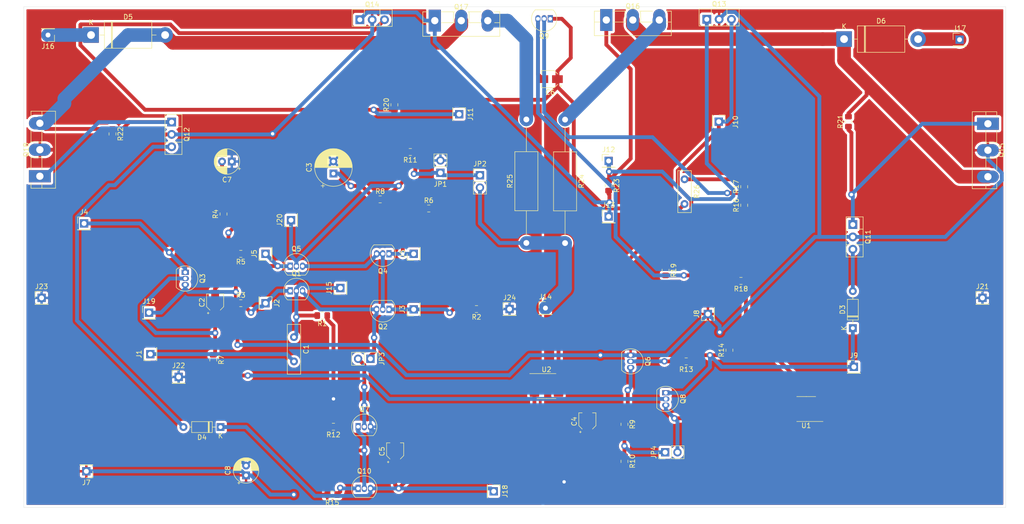
<source format=kicad_pcb>
(kicad_pcb (version 20171130) (host pcbnew "(5.1.2)-2")
  (layers (0 F.Cu signal) (31 B.Cu signal) (34 B.Paste user) (35 F.Paste user) (36 B.SilkS user) (37 F.SilkS user) (38 B.Mask user) (39 F.Mask user) (44 Edge.Cuts user))
  (net 0 "")
  (net 1 "Net-(C1-Pad1)")
  (net 2 "Net-(C1-Pad2)")
  (net 3 "Net-(C2-Pad2)")
  (net 4 "Net-(C2-Pad1)")
  (net 5 "Net-(C3-Pad1)")
  (net 6 GND)
  (net 7 "Net-(C4-Pad1)")
  (net 8 "Net-(C5-Pad1)")
  (net 9 "Net-(C5-Pad2)")
  (net 10 "Net-(C6-Pad2)")
  (net 11 "Net-(C6-Pad1)")
  (net 12 "Net-(D3-Pad1)")
  (net 13 "Net-(D3-Pad2)")
  (net 14 "Net-(D4-Pad2)")
  (net 15 "Net-(D5-Pad2)")
  (net 16 "Net-(D5-Pad1)")
  (net 17 "Net-(D6-Pad1)")
  (net 18 "Net-(D6-Pad2)")
  (net 19 "Net-(J2-Pad1)")
  (net 20 "Net-(J3-Pad1)")
  (net 21 "Net-(J4-Pad1)")
  (net 22 "Net-(J5-Pad1)")
  (net 23 "Net-(J6-Pad1)")
  (net 24 "Net-(J10-Pad1)")
  (net 25 "Net-(J11-Pad1)")
  (net 26 "Net-(J12-Pad1)")
  (net 27 "Net-(J13-Pad1)")
  (net 28 "Net-(JP1-Pad1)")
  (net 29 "Net-(JP3-Pad1)")
  (net 30 "Net-(Q2-Pad2)")
  (net 31 "Net-(Q6-Pad3)")
  (net 32 "Net-(Q6-Pad2)")
  (net 33 "Net-(Q10-Pad2)")
  (net 34 "Net-(Q8-Pad2)")
  (net 35 "Net-(Q9-Pad2)")
  (net 36 "Net-(Q10-Pad1)")
  (net 37 "Net-(Q11-Pad1)")
  (net 38 "Net-(Q12-Pad1)")
  (net 39 "Net-(R16-Pad1)")
  (net 40 "Net-(JP4-Pad2)")
  (net 41 "Net-(J19-Pad1)")
  (net 42 "Net-(R17-Pad2)")
  (net 43 "Net-(C8-Pad1)")
  (net 44 "Net-(Q16-Pad3)")
  (net 45 "Net-(Q17-Pad3)")
  (net 46 "Net-(J14-Pad1)")
  (net 47 "Net-(J20-Pad1)")
  (module Connector_PinHeader_2.54mm:PinHeader_1x01_P2.54mm_Vertical (layer F.Cu) (at 152.908 91.186)
    (fp_text reference J24 (at 0 -2.33) (layer F.SilkS))
    (fp_text value Screw_Terminal_01x01)
    (pad 1 thru_hole rect (at 0 0) (size 1.7 1.7) (drill 1) (layers *.Cu *.Mask) (net 6 GND))
  )
  (module Connector_PinHeader_2.54mm:PinHeader_1x01_P2.54mm_Vertical (layer F.Cu) (at 56.642 88.9)
    (fp_text reference J23 (at 0 -2.33) (layer F.SilkS))
    (fp_text value Screw_Terminal_01x01)
    (pad 1 thru_hole rect (at 0 0) (size 1.7 1.7) (drill 1) (layers *.Cu *.Mask) (net 6 GND))
  )
  (module Connector_PinHeader_2.54mm:PinHeader_1x01_P2.54mm_Vertical (layer F.Cu) (at 84.836 105.156)
    (fp_text reference J22 (at 0 -2.33) (layer F.SilkS))
    (fp_text value Screw_Terminal_01x01)
    (pad 1 thru_hole rect (at 0 0) (size 1.7 1.7) (drill 1) (layers *.Cu *.Mask) (net 6 GND))
  )
  (module Connector_PinHeader_2.54mm:PinHeader_1x01_P2.54mm_Vertical (layer F.Cu) (at 250.19 88.9)
    (fp_text reference J21 (at 0 -2.33) (layer F.SilkS))
    (fp_text value Screw_Terminal_01x01)
    (pad 1 thru_hole rect (at 0 0) (size 1.7 1.7) (drill 1) (layers *.Cu *.Mask) (net 6 GND))
  )
  (module Connector_PinHeader_2.54mm:PinHeader_1x01_P2.54mm_Vertical (layer F.Cu) (at 107.95 72.898 90)
    (fp_text reference J20 (at 0 -2.33 90) (layer F.SilkS))
    (fp_text value Conn_01x01_Male)
    (pad 1 thru_hole rect (at 0 0 90) (size 1.7 1.7) (drill 1) (layers *.Cu *.Mask) (net 47 "Net-(J20-Pad1)"))
  )
  (module Connector_PinHeader_2.54mm:PinHeader_1x01_P2.54mm_Vertical (layer F.Cu) (at 118.11 86.868 90)
    (fp_text reference J15 (at 0 -2.33 90) (layer F.SilkS))
    (fp_text value Conn_01x01_Male)
    (pad 1 thru_hole rect (at 0 0 90) (size 1.7 1.7) (drill 1) (layers *.Cu *.Mask) (net 1 "Net-(C1-Pad1)"))
  )
  (module Connector_PinHeader_2.54mm:PinHeader_1x02_P2.54mm_Vertical (layer F.Cu) (at 184.912 120.65 90)
    (fp_text reference JP4 (at 0 -2.33 90) (layer F.SilkS))
    (fp_text value Jumper_NO_Small)
    (pad 2 thru_hole oval (at 0 2.54 90) (size 1.7 1.7) (drill 1) (layers *.Cu *.Mask) (net 40 "Net-(JP4-Pad2)"))
    (pad 1 thru_hole rect (at 0 0 90) (size 1.7 1.7) (drill 1) (layers *.Cu *.Mask) (net 7 "Net-(C4-Pad1)"))
  )
  (module Connector_PinHeader_2.54mm:PinHeader_1x02_P2.54mm_Vertical (layer F.Cu) (at 124.2949 101.4222 270)
    (fp_text reference JP3 (at 0 -2.33 90) (layer F.SilkS))
    (fp_text value Jumper_NO_Small)
    (pad 2 thru_hole oval (at 0 2.54 270) (size 1.7 1.7) (drill 1) (layers *.Cu *.Mask) (net 9 "Net-(C5-Pad2)"))
    (pad 1 thru_hole rect (at 0 0 270) (size 1.7 1.7) (drill 1) (layers *.Cu *.Mask) (net 29 "Net-(JP3-Pad1)"))
  )
  (module Connector_PinHeader_2.54mm:PinHeader_1x02_P2.54mm_Vertical (layer F.Cu) (at 146.81708 63.66764)
    (fp_text reference JP2 (at 0 -2.33) (layer F.SilkS))
    (fp_text value Jumper_NO_Small)
    (pad 2 thru_hole oval (at 0 2.54) (size 1.7 1.7) (drill 1) (layers *.Cu *.Mask) (net 46 "Net-(J14-Pad1)"))
    (pad 1 thru_hole rect (at 0 0) (size 1.7 1.7) (drill 1) (layers *.Cu *.Mask) (net 28 "Net-(JP1-Pad1)"))
  )
  (module Connector_PinHeader_2.54mm:PinHeader_1x02_P2.54mm_Vertical (layer F.Cu) (at 138.68932 63.1698 180)
    (fp_text reference JP1 (at 0 -2.33) (layer F.SilkS))
    (fp_text value Jumper_NO_Small)
    (pad 2 thru_hole oval (at 0 2.54 180) (size 1.7 1.7) (drill 1) (layers *.Cu *.Mask) (net 6 GND))
    (pad 1 thru_hole rect (at 0 0 180) (size 1.7 1.7) (drill 1) (layers *.Cu *.Mask) (net 28 "Net-(JP1-Pad1)"))
  )
  (module Connector_PinHeader_2.54mm:PinHeader_1x01_P2.54mm_Vertical (layer F.Cu) (at 78.74 91.93276)
    (fp_text reference J19 (at 0 -2.33) (layer F.SilkS))
    (fp_text value Conn_01x01_Male)
    (pad 1 thru_hole rect (at 0 0) (size 1.7 1.7) (drill 1) (layers *.Cu *.Mask) (net 41 "Net-(J19-Pad1)"))
  )
  (module Connector_PinHeader_2.54mm:PinHeader_1x01_P2.54mm_Vertical (layer F.Cu) (at 149.6441 128.6891 270)
    (fp_text reference J18 (at 0 -2.33 90) (layer F.SilkS))
    (fp_text value Conn_01x01_Male)
    (pad 1 thru_hole rect (at 0 0 270) (size 1.7 1.7) (drill 1) (layers *.Cu *.Mask) (net 8 "Net-(C5-Pad1)"))
  )
  (module Connector_PinHeader_2.54mm:PinHeader_1x01_P2.54mm_Vertical (layer F.Cu) (at 245.4783 35.7759)
    (fp_text reference J17 (at 0 -2.33) (layer F.SilkS))
    (fp_text value Screw_Terminal_01x01)
    (pad 1 thru_hole rect (at 0 0) (size 1.7 1.7) (drill 1) (layers *.Cu *.Mask) (net 18 "Net-(D6-Pad2)"))
  )
  (module Connector_PinHeader_2.54mm:PinHeader_1x01_P2.54mm_Vertical (layer F.Cu) (at 57.96534 34.82594 180)
    (fp_text reference J16 (at 0 -2.33) (layer F.SilkS))
    (fp_text value Screw_Terminal_01x01)
    (pad 1 thru_hole rect (at 0 0 180) (size 1.7 1.7) (drill 1) (layers *.Cu *.Mask) (net 16 "Net-(D5-Pad1)"))
  )
  (module Connector_PinHeader_2.54mm:PinHeader_1x01_P2.54mm_Vertical (layer F.Cu) (at 160.28924 90.99296)
    (fp_text reference J14 (at 0 -2.33) (layer F.SilkS))
    (fp_text value Screw_Terminal_01x01)
    (pad 1 thru_hole rect (at 0 0) (size 1.7 1.7) (drill 1) (layers *.Cu *.Mask) (net 46 "Net-(J14-Pad1)"))
  )
  (module Connector_PinHeader_2.54mm:PinHeader_1x01_P2.54mm_Vertical (layer F.Cu) (at 173.28896 72.15378)
    (fp_text reference J13 (at 0 -2.33) (layer F.SilkS))
    (fp_text value Conn_01x01_Male)
    (pad 1 thru_hole rect (at 0 0) (size 1.7 1.7) (drill 1) (layers *.Cu *.Mask) (net 27 "Net-(J13-Pad1)"))
  )
  (module Connector_PinHeader_2.54mm:PinHeader_1x01_P2.54mm_Vertical (layer F.Cu) (at 173.28896 60.72378)
    (fp_text reference J12 (at 0 -2.33) (layer F.SilkS))
    (fp_text value Conn_01x01_Male)
    (pad 1 thru_hole rect (at 0 0) (size 1.7 1.7) (drill 1) (layers *.Cu *.Mask) (net 26 "Net-(J12-Pad1)"))
  )
  (module Connector_PinHeader_2.54mm:PinHeader_1x01_P2.54mm_Vertical (layer F.Cu) (at 142.53464 51.11496 270)
    (fp_text reference J11 (at 0 -2.33 90) (layer F.SilkS))
    (fp_text value Conn_01x01_Male)
    (pad 1 thru_hole rect (at 0 0 270) (size 1.7 1.7) (drill 1) (layers *.Cu *.Mask) (net 25 "Net-(J11-Pad1)"))
  )
  (module Connector_PinHeader_2.54mm:PinHeader_1x01_P2.54mm_Vertical (layer F.Cu) (at 195.94576 52.63896 270)
    (fp_text reference J10 (at 0.08636 -3.43408 90) (layer F.SilkS))
    (fp_text value Conn_01x01_Male)
    (pad 1 thru_hole rect (at 0 0 270) (size 1.7 1.7) (drill 1) (layers *.Cu *.Mask) (net 24 "Net-(J10-Pad1)"))
  )
  (module Connector_PinHeader_2.54mm:PinHeader_1x01_P2.54mm_Vertical (layer F.Cu) (at 223.73844 103.08844)
    (fp_text reference J9 (at 0 -2.33) (layer F.SilkS))
    (fp_text value Conn_01x01_Male)
    (pad 1 thru_hole rect (at 0 0) (size 1.7 1.7) (drill 1) (layers *.Cu *.Mask) (net 12 "Net-(D3-Pad1)"))
  )
  (module Connector_PinHeader_2.54mm:PinHeader_1x01_P2.54mm_Vertical (layer F.Cu) (at 193.71056 92.21724 90)
    (fp_text reference J8 (at 0 -2.33 90) (layer F.SilkS))
    (fp_text value Screw_Terminal_01x01)
    (pad 1 thru_hole rect (at 0 0 90) (size 1.7 1.7) (drill 1) (layers *.Cu *.Mask) (net 3 "Net-(C2-Pad2)"))
  )
  (module Connector_PinHeader_2.54mm:PinHeader_1x01_P2.54mm_Vertical (layer F.Cu) (at 65.8495 124.5616 180)
    (fp_text reference J7 (at 0 -2.33) (layer F.SilkS))
    (fp_text value Screw_Terminal_01x01)
    (pad 1 thru_hole rect (at 0 0 180) (size 1.7 1.7) (drill 1) (layers *.Cu *.Mask) (net 43 "Net-(C8-Pad1)"))
  )
  (module Connector_PinHeader_2.54mm:PinHeader_1x01_P2.54mm_Vertical (layer F.Cu) (at 133.1849 79.8322 90)
    (fp_text reference J6 (at 0 -2.33 90) (layer F.SilkS))
    (fp_text value Conn_01x01_Male)
    (pad 1 thru_hole rect (at 0 0 90) (size 1.7 1.7) (drill 1) (layers *.Cu *.Mask) (net 23 "Net-(J6-Pad1)"))
  )
  (module Connector_PinHeader_2.54mm:PinHeader_1x01_P2.54mm_Vertical (layer F.Cu) (at 102.7049 79.8322 90)
    (fp_text reference J5 (at 0 -2.33 90) (layer F.SilkS))
    (fp_text value Conn_01x01_Male)
    (pad 1 thru_hole rect (at 0 0 90) (size 1.7 1.7) (drill 1) (layers *.Cu *.Mask) (net 22 "Net-(J5-Pad1)"))
  )
  (module Connector_PinHeader_2.54mm:PinHeader_1x01_P2.54mm_Vertical (layer F.Cu) (at 65.3796 73.5838)
    (fp_text reference J4 (at 0 -2.33) (layer F.SilkS))
    (fp_text value Conn_01x01_Male)
    (pad 1 thru_hole rect (at 0 0) (size 1.7 1.7) (drill 1) (layers *.Cu *.Mask) (net 21 "Net-(J4-Pad1)"))
  )
  (module Connector_PinHeader_2.54mm:PinHeader_1x01_P2.54mm_Vertical (layer F.Cu) (at 133.1849 91.2622 90)
    (fp_text reference J3 (at 0 -2.33 90) (layer F.SilkS))
    (fp_text value Conn_01x01_Male)
    (pad 1 thru_hole rect (at 0 0 90) (size 1.7 1.7) (drill 1) (layers *.Cu *.Mask) (net 20 "Net-(J3-Pad1)"))
  )
  (module Connector_PinHeader_2.54mm:PinHeader_1x01_P2.54mm_Vertical (layer F.Cu) (at 102.7049 89.9922 270)
    (fp_text reference J2 (at 0 -2.33 90) (layer F.SilkS))
    (fp_text value Conn_01x01_Male)
    (pad 1 thru_hole rect (at 0 0 270) (size 1.7 1.7) (drill 1) (layers *.Cu *.Mask) (net 19 "Net-(J2-Pad1)"))
  )
  (module Connector_PinHeader_2.54mm:PinHeader_1x01_P2.54mm_Vertical (layer F.Cu) (at 79.0194 100.46208 90)
    (fp_text reference J1 (at 0 -2.33 90) (layer F.SilkS))
    (fp_text value Screw_Terminal_01x01)
    (pad 1 thru_hole rect (at 0 0 90) (size 1.7 1.7) (drill 1) (layers *.Cu *.Mask) (net 2 "Net-(C1-Pad2)"))
  )
  (module Resistor_THT:R_Axial_DIN0414_L11.9mm_D4.5mm_P25.40mm_Horizontal (layer F.Cu) (at 156.3624 77.597 90)
    (fp_text reference R25 (at 12.7 -3.37 90) (layer F.SilkS))
    (fp_text value 0.4)
    (pad 2 thru_hole oval (at 25.4 0 90) (size 2.4 2.4) (drill 1.2) (layers *.Cu *.Mask) (net 45 "Net-(Q17-Pad3)"))
    (pad 1 thru_hole circle (at 0 0 90) (size 2.4 2.4) (drill 1.2) (layers *.Cu *.Mask) (net 46 "Net-(J14-Pad1)"))
  )
  (module Resistor_THT:R_Axial_DIN0414_L11.9mm_D4.5mm_P25.40mm_Horizontal (layer F.Cu) (at 164.3253 52.2224 270)
    (fp_text reference R24 (at 12.7 -3.37 90) (layer F.SilkS))
    (fp_text value 0.4)
    (pad 2 thru_hole oval (at 25.4 0 270) (size 2.4 2.4) (drill 1.2) (layers *.Cu *.Mask) (net 46 "Net-(J14-Pad1)"))
    (pad 1 thru_hole circle (at 0 0 270) (size 2.4 2.4) (drill 1.2) (layers *.Cu *.Mask) (net 44 "Net-(Q16-Pad3)"))
  )
  (module Capacitor_THT:CP_Radial_D5.0mm_P2.00mm (layer F.Cu) (at 98.7044 125.3998 90)
    (fp_text reference C8 (at 1 -3.75 90) (layer F.SilkS))
    (fp_text value 1u)
    (pad 2 thru_hole circle (at 2 0 90) (size 1.6 1.6) (drill 0.8) (layers *.Cu *.Mask) (net 6 GND))
    (pad 1 thru_hole rect (at 0 0 90) (size 1.6 1.6) (drill 0.8) (layers *.Cu *.Mask) (net 43 "Net-(C8-Pad1)"))
  )
  (module Capacitor_THT:CP_Radial_D5.0mm_P2.00mm (layer F.Cu) (at 95.7707 60.8457 180)
    (fp_text reference C7 (at 1 -3.75) (layer F.SilkS))
    (fp_text value 1u)
    (pad 2 thru_hole circle (at 2 0 180) (size 1.6 1.6) (drill 0.8) (layers *.Cu *.Mask) (net 3 "Net-(C2-Pad2)"))
    (pad 1 thru_hole rect (at 0 0 180) (size 1.6 1.6) (drill 0.8) (layers *.Cu *.Mask) (net 6 GND))
  )
  (module Resistor_THT:R_Box_L8.4mm_W2.5mm_P5.08mm (layer F.Cu) (at 188.90488 64.49568 270)
    (fp_text reference R26 (at 2.54 -2.52 90) (layer F.SilkS))
    (fp_text value 200)
    (pad 2 thru_hole circle (at 5.08 0 270) (size 1.6 1.6) (drill 0.8) (layers *.Cu *.Mask) (net 11 "Net-(C6-Pad1)"))
    (pad 1 thru_hole circle (at 0 0 270) (size 1.6 1.6) (drill 0.8) (layers *.Cu *.Mask) (net 42 "Net-(R17-Pad2)"))
  )
  (module Capacitor_SMD:CP_Elec_3x5.3 (layer F.Cu) (at 129.3749 120.4722 90)
    (fp_text reference C5 (at 0 -2.7 90) (layer F.SilkS))
    (fp_text value 100p)
    (pad 1 smd rect (at -1.5 0 90) (size 2.2 1.6) (layers F.Cu F.Paste F.Mask) (net 8 "Net-(C5-Pad1)"))
    (pad 2 smd rect (at 1.5 0 90) (size 2.2 1.6) (layers F.Cu F.Paste F.Mask) (net 9 "Net-(C5-Pad2)"))
  )
  (module Capacitor_THT:C_Disc_D10.0mm_W2.5mm_P5.00mm (layer F.Cu) (at 108.5596 96.9645 270)
    (fp_text reference C1 (at 2.5 -2.5 90) (layer F.SilkS))
    (fp_text value 10u)
    (pad 2 thru_hole circle (at 5 0 270) (size 1.6 1.6) (drill 0.8) (layers *.Cu *.Mask) (net 2 "Net-(C1-Pad2)"))
    (pad 1 thru_hole circle (at 0 0 270) (size 1.6 1.6) (drill 0.8) (layers *.Cu *.Mask) (net 1 "Net-(C1-Pad1)"))
  )
  (module Capacitor_SMD:CP_Elec_3x5.3 (layer F.Cu) (at 92.3417 89.8384 90)
    (fp_text reference C2 (at 0 -2.7 90) (layer F.SilkS))
    (fp_text value 47u)
    (pad 2 smd rect (at 1.5 0 90) (size 2.2 1.6) (layers F.Cu F.Paste F.Mask) (net 3 "Net-(C2-Pad2)"))
    (pad 1 smd rect (at -1.5 0 90) (size 2.2 1.6) (layers F.Cu F.Paste F.Mask) (net 4 "Net-(C2-Pad1)"))
  )
  (module Capacitor_THT:CP_Radial_D7.5mm_P2.50mm (layer F.Cu) (at 116.6749 63.3222 90)
    (fp_text reference C3 (at 1.25 -5 90) (layer F.SilkS))
    (fp_text value 1000u)
    (pad 1 thru_hole rect (at 0 0 90) (size 1.6 1.6) (drill 0.8) (layers *.Cu *.Mask) (net 5 "Net-(C3-Pad1)"))
    (pad 2 thru_hole circle (at 2.5 0 90) (size 1.6 1.6) (drill 0.8) (layers *.Cu *.Mask) (net 6 GND))
  )
  (module Capacitor_SMD:CP_Elec_3x5.3 (layer F.Cu) (at 168.91 114.3 90)
    (fp_text reference C4 (at 0 -2.7 90) (layer F.SilkS))
    (fp_text value 47u)
    (pad 1 smd rect (at -1.5 0 90) (size 2.2 1.6) (layers F.Cu F.Paste F.Mask) (net 7 "Net-(C4-Pad1)"))
    (pad 2 smd rect (at 1.5 0 90) (size 2.2 1.6) (layers F.Cu F.Paste F.Mask) (net 3 "Net-(C2-Pad2)"))
  )
  (module Capacitor_SMD:CP_Elec_3x5.3 (layer F.Cu) (at 161.25444 43.89628 180)
    (fp_text reference C6 (at 0 -2.7) (layer F.SilkS))
    (fp_text value 22n)
    (pad 2 smd rect (at 1.5 0 180) (size 2.2 1.6) (layers F.Cu F.Paste F.Mask) (net 10 "Net-(C6-Pad2)"))
    (pad 1 smd rect (at -1.5 0 180) (size 2.2 1.6) (layers F.Cu F.Paste F.Mask) (net 11 "Net-(C6-Pad1)"))
  )
  (module Diode_THT:D_DO-35_SOD27_P7.62mm_Horizontal (layer F.Cu) (at 223.52 95.123 90)
    (fp_text reference D3 (at 3.81 -2.12 90) (layer F.SilkS))
    (fp_text value 1N4148)
    (fp_text user K (at 0 -1.8 90) (layer F.SilkS))
    (pad 1 thru_hole rect (at 0 0 90) (size 1.6 1.6) (drill 0.8) (layers *.Cu *.Mask) (net 12 "Net-(D3-Pad1)"))
    (pad 2 thru_hole oval (at 7.62 0 90) (size 1.6 1.6) (drill 0.8) (layers *.Cu *.Mask) (net 13 "Net-(D3-Pad2)"))
  )
  (module Diode_THT:D_DO-35_SOD27_P7.62mm_Horizontal (layer F.Cu) (at 93.4466 115.4684 180)
    (fp_text reference D4 (at 3.81 -2.12) (layer F.SilkS))
    (fp_text value 1N4148)
    (fp_text user K (at 0 -1.8) (layer F.SilkS))
    (pad 2 thru_hole oval (at 7.62 0 180) (size 1.6 1.6) (drill 0.8) (layers *.Cu *.Mask) (net 14 "Net-(D4-Pad2)"))
    (pad 1 thru_hole rect (at 0 0 180) (size 1.6 1.6) (drill 0.8) (layers *.Cu *.Mask) (net 8 "Net-(C5-Pad1)"))
  )
  (module Diode_THT:D_DO-201AD_P15.24mm_Horizontal (layer F.Cu) (at 66.81724 34.82594)
    (fp_text reference D5 (at 7.62 -3.72) (layer F.SilkS))
    (fp_text value 1N5822)
    (fp_text user K (at 0 -2.6) (layer F.SilkS))
    (pad 2 thru_hole oval (at 15.24 0) (size 3.2 3.2) (drill 1.6) (layers *.Cu *.Mask) (net 15 "Net-(D5-Pad2)"))
    (pad 1 thru_hole rect (at 0 0) (size 3.2 3.2) (drill 1.6) (layers *.Cu *.Mask) (net 16 "Net-(D5-Pad1)"))
  )
  (module Diode_THT:D_DO-201AD_P15.24mm_Horizontal (layer F.Cu) (at 221.7166 35.6616)
    (fp_text reference D6 (at 7.62 -3.72) (layer F.SilkS))
    (fp_text value 1N5822)
    (fp_text user K (at 0 -2.6) (layer F.SilkS))
    (pad 1 thru_hole rect (at 0 0) (size 3.2 3.2) (drill 1.6) (layers *.Cu *.Mask) (net 17 "Net-(D6-Pad1)"))
    (pad 2 thru_hole oval (at 15.24 0) (size 3.2 3.2) (drill 1.6) (layers *.Cu *.Mask) (net 18 "Net-(D6-Pad2)"))
  )
  (module Package_TO_SOT_THT:TO-92_Inline (layer F.Cu) (at 107.7849 87.4522)
    (fp_text reference Q1 (at 1.27 -3.56) (layer F.SilkS))
    (fp_text value MPSA92)
    (pad 1 thru_hole rect (at 0 0) (size 1.05 1.5) (drill 0.75) (layers *.Cu *.Mask) (net 19 "Net-(J2-Pad1)"))
    (pad 3 thru_hole oval (at 2.54 0) (size 1.05 1.5) (drill 0.75) (layers *.Cu *.Mask) (net 29 "Net-(JP3-Pad1)"))
    (pad 2 thru_hole oval (at 1.27 0) (size 1.05 1.5) (drill 0.75) (layers *.Cu *.Mask) (net 1 "Net-(C1-Pad1)"))
  )
  (module Package_TO_SOT_THT:TO-92_Inline (layer F.Cu) (at 128.1049 91.2622 180)
    (fp_text reference Q2 (at 1.27 -3.56) (layer F.SilkS))
    (fp_text value MPSA42)
    (pad 1 thru_hole rect (at 0 0 180) (size 1.05 1.5) (drill 0.75) (layers *.Cu *.Mask) (net 20 "Net-(J3-Pad1)"))
    (pad 3 thru_hole oval (at 2.54 0 180) (size 1.05 1.5) (drill 0.75) (layers *.Cu *.Mask) (net 29 "Net-(JP3-Pad1)"))
    (pad 2 thru_hole oval (at 1.27 0 180) (size 1.05 1.5) (drill 0.75) (layers *.Cu *.Mask) (net 30 "Net-(Q2-Pad2)"))
  )
  (module Package_TO_SOT_THT:TO-92_Inline (layer F.Cu) (at 86.1949 83.6422 270)
    (fp_text reference Q3 (at 1.27 -3.56 90) (layer F.SilkS))
    (fp_text value MPSA92)
    (pad 2 thru_hole oval (at 1.27 0 270) (size 1.05 1.5) (drill 0.75) (layers *.Cu *.Mask) (net 4 "Net-(C2-Pad1)"))
    (pad 3 thru_hole oval (at 2.54 0 270) (size 1.05 1.5) (drill 0.75) (layers *.Cu *.Mask) (net 41 "Net-(J19-Pad1)"))
    (pad 1 thru_hole rect (at 0 0 270) (size 1.05 1.5) (drill 0.75) (layers *.Cu *.Mask) (net 21 "Net-(J4-Pad1)"))
  )
  (module Package_TO_SOT_THT:TO-92_Inline (layer F.Cu) (at 128.1049 79.8322 180)
    (fp_text reference Q4 (at 1.27 -3.56) (layer F.SilkS))
    (fp_text value MPSA42)
    (pad 2 thru_hole oval (at 1.27 0 180) (size 1.05 1.5) (drill 0.75) (layers *.Cu *.Mask) (net 30 "Net-(Q2-Pad2)"))
    (pad 3 thru_hole oval (at 2.54 0 180) (size 1.05 1.5) (drill 0.75) (layers *.Cu *.Mask) (net 30 "Net-(Q2-Pad2)"))
    (pad 1 thru_hole rect (at 0 0 180) (size 1.05 1.5) (drill 0.75) (layers *.Cu *.Mask) (net 23 "Net-(J6-Pad1)"))
  )
  (module Package_TO_SOT_THT:TO-92_Inline (layer F.Cu) (at 107.7849 82.3722)
    (fp_text reference Q5 (at 1.27 -3.56) (layer F.SilkS))
    (fp_text value MPSA92)
    (pad 2 thru_hole oval (at 1.27 0) (size 1.05 1.5) (drill 0.75) (layers *.Cu *.Mask) (net 47 "Net-(J20-Pad1)"))
    (pad 3 thru_hole oval (at 2.54 0) (size 1.05 1.5) (drill 0.75) (layers *.Cu *.Mask) (net 30 "Net-(Q2-Pad2)"))
    (pad 1 thru_hole rect (at 0 0) (size 1.05 1.5) (drill 0.75) (layers *.Cu *.Mask) (net 22 "Net-(J5-Pad1)"))
  )
  (module Package_TO_SOT_THT:TO-92_Inline (layer F.Cu) (at 177.8127 100.6856 270)
    (fp_text reference Q6 (at 1.27 -3.56 90) (layer F.SilkS))
    (fp_text value MPSA92)
    (pad 1 thru_hole rect (at 0 0 270) (size 1.05 1.5) (drill 0.75) (layers *.Cu *.Mask) (net 3 "Net-(C2-Pad2)"))
    (pad 3 thru_hole oval (at 2.54 0 270) (size 1.05 1.5) (drill 0.75) (layers *.Cu *.Mask) (net 31 "Net-(Q6-Pad3)"))
    (pad 2 thru_hole oval (at 1.27 0 270) (size 1.05 1.5) (drill 0.75) (layers *.Cu *.Mask) (net 32 "Net-(Q6-Pad2)"))
  )
  (module Package_TO_SOT_THT:TO-92_Inline (layer F.Cu) (at 121.7549 115.3922)
    (fp_text reference Q7 (at 1.27 -3.56) (layer F.SilkS))
    (fp_text value MPSA42)
    (pad 1 thru_hole rect (at 0 0) (size 1.05 1.5) (drill 0.75) (layers *.Cu *.Mask) (net 33 "Net-(Q10-Pad2)"))
    (pad 3 thru_hole oval (at 2.54 0) (size 1.05 1.5) (drill 0.75) (layers *.Cu *.Mask) (net 6 GND))
    (pad 2 thru_hole oval (at 1.27 0) (size 1.05 1.5) (drill 0.75) (layers *.Cu *.Mask) (net 9 "Net-(C5-Pad2)"))
  )
  (module Package_TO_SOT_THT:TO-92_Inline (layer F.Cu) (at 185.04408 108.41736 270)
    (fp_text reference Q8 (at 1.27 -3.56 90) (layer F.SilkS))
    (fp_text value MPSA92)
    (pad 2 thru_hole oval (at 1.27 0 270) (size 1.05 1.5) (drill 0.75) (layers *.Cu *.Mask) (net 34 "Net-(Q8-Pad2)"))
    (pad 3 thru_hole oval (at 2.54 0 270) (size 1.05 1.5) (drill 0.75) (layers *.Cu *.Mask) (net 40 "Net-(JP4-Pad2)"))
    (pad 1 thru_hole rect (at 0 0 270) (size 1.05 1.5) (drill 0.75) (layers *.Cu *.Mask) (net 12 "Net-(D3-Pad1)"))
  )
  (module Package_TO_SOT_THT:TO-92_Inline (layer F.Cu) (at 161.29 31.48584 180)
    (fp_text reference Q9 (at 1.27 -3.56) (layer F.SilkS))
    (fp_text value MPSA42)
    (pad 1 thru_hole rect (at 0 0 180) (size 1.05 1.5) (drill 0.75) (layers *.Cu *.Mask) (net 11 "Net-(C6-Pad1)"))
    (pad 3 thru_hole oval (at 2.54 0 180) (size 1.05 1.5) (drill 0.75) (layers *.Cu *.Mask) (net 10 "Net-(C6-Pad2)"))
    (pad 2 thru_hole oval (at 1.27 0 180) (size 1.05 1.5) (drill 0.75) (layers *.Cu *.Mask) (net 35 "Net-(Q9-Pad2)"))
  )
  (module Package_TO_SOT_THT:TO-92_Inline (layer F.Cu) (at 121.7549 128.0922)
    (fp_text reference Q10 (at 1.27 -3.56) (layer F.SilkS))
    (fp_text value MPSA42)
    (pad 2 thru_hole oval (at 1.27 0) (size 1.05 1.5) (drill 0.75) (layers *.Cu *.Mask) (net 33 "Net-(Q10-Pad2)"))
    (pad 3 thru_hole oval (at 2.54 0) (size 1.05 1.5) (drill 0.75) (layers *.Cu *.Mask) (net 8 "Net-(C5-Pad1)"))
    (pad 1 thru_hole rect (at 0 0) (size 1.05 1.5) (drill 0.75) (layers *.Cu *.Mask) (net 36 "Net-(Q10-Pad1)"))
  )
  (module Package_TO_SOT_THT:TO-126-3_Vertical (layer F.Cu) (at 223.52 73.8124 270)
    (fp_text reference Q11 (at 2.54 -3.12 90) (layer F.SilkS))
    (fp_text value BD135)
    (pad 1 thru_hole rect (at 0 0 270) (size 1.8 1.8) (drill 1) (layers *.Cu *.Mask) (net 37 "Net-(Q11-Pad1)"))
    (pad 2 thru_hole oval (at 2.54 0 270) (size 1.8 1.8) (drill 1) (layers *.Cu *.Mask) (net 3 "Net-(C2-Pad2)"))
    (pad 3 thru_hole oval (at 5.08 0 270) (size 1.8 1.8) (drill 1) (layers *.Cu *.Mask) (net 13 "Net-(D3-Pad2)"))
  )
  (module Package_TO_SOT_THT:TO-126-3_Vertical (layer F.Cu) (at 83.39836 52.7304 270)
    (fp_text reference Q12 (at 2.54 -3.12 90) (layer F.SilkS))
    (fp_text value BD136)
    (pad 3 thru_hole oval (at 5.08 0 270) (size 1.8 1.8) (drill 1) (layers *.Cu *.Mask) (net 14 "Net-(D4-Pad2)"))
    (pad 2 thru_hole oval (at 2.54 0 270) (size 1.8 1.8) (drill 1) (layers *.Cu *.Mask) (net 43 "Net-(C8-Pad1)"))
    (pad 1 thru_hole rect (at 0 0 270) (size 1.8 1.8) (drill 1) (layers *.Cu *.Mask) (net 38 "Net-(Q12-Pad1)"))
  )
  (module Package_TO_SOT_THT:TO-126-3_Vertical (layer F.Cu) (at 193.47688 31.58744)
    (fp_text reference Q13 (at 2.54 -3.12) (layer F.SilkS))
    (fp_text value BD135)
    (pad 3 thru_hole oval (at 5.08 0) (size 1.8 1.8) (drill 1) (layers *.Cu *.Mask) (net 24 "Net-(J10-Pad1)"))
    (pad 2 thru_hole oval (at 2.54 0) (size 1.8 1.8) (drill 1) (layers *.Cu *.Mask) (net 3 "Net-(C2-Pad2)"))
    (pad 1 thru_hole rect (at 0 0) (size 1.8 1.8) (drill 1) (layers *.Cu *.Mask) (net 26 "Net-(J12-Pad1)"))
  )
  (module Package_TO_SOT_THT:TO-126-3_Vertical (layer F.Cu) (at 122.10796 31.6738)
    (fp_text reference Q14 (at 2.54 -3.12) (layer F.SilkS))
    (fp_text value BD136)
    (pad 1 thru_hole rect (at 0 0) (size 1.8 1.8) (drill 1) (layers *.Cu *.Mask) (net 27 "Net-(J13-Pad1)"))
    (pad 2 thru_hole oval (at 2.54 0) (size 1.8 1.8) (drill 1) (layers *.Cu *.Mask) (net 43 "Net-(C8-Pad1)"))
    (pad 3 thru_hole oval (at 5.08 0) (size 1.8 1.8) (drill 1) (layers *.Cu *.Mask) (net 25 "Net-(J11-Pad1)"))
  )
  (module Package_TO_SOT_THT:TO-3PB-3_Vertical (layer F.Cu) (at 251.3076 53.0716 270)
    (fp_text reference Q15 (at 5.45 -2.82 90) (layer F.SilkS))
    (fp_text value 2SD1047)
    (pad 1 thru_hole rect (at 0 0 270) (size 2.5 4.5) (drill 1.5) (layers *.Cu *.Mask) (net 37 "Net-(Q11-Pad1)"))
    (pad 2 thru_hole oval (at 5.45 0 270) (size 2.5 4.5) (drill 1.5) (layers *.Cu *.Mask) (net 3 "Net-(C2-Pad2)"))
    (pad 3 thru_hole oval (at 10.9 0 270) (size 2.5 4.5) (drill 1.5) (layers *.Cu *.Mask) (net 17 "Net-(D6-Pad1)"))
  )
  (module Package_TO_SOT_THT:TO-3PB-3_Vertical (layer F.Cu) (at 172.81144 31.73476)
    (fp_text reference Q16 (at 5.45 -2.82) (layer F.SilkS))
    (fp_text value 2SD1047)
    (pad 3 thru_hole oval (at 10.9 0) (size 2.5 4.5) (drill 1.5) (layers *.Cu *.Mask) (net 44 "Net-(Q16-Pad3)"))
    (pad 2 thru_hole oval (at 5.45 0) (size 2.5 4.5) (drill 1.5) (layers *.Cu *.Mask) (net 17 "Net-(D6-Pad1)"))
    (pad 1 thru_hole rect (at 0 0) (size 2.5 4.5) (drill 1.5) (layers *.Cu *.Mask) (net 26 "Net-(J12-Pad1)"))
  )
  (module Package_TO_SOT_THT:TO-3PB-3_Vertical (layer F.Cu) (at 137.52576 31.86684)
    (fp_text reference Q17 (at 5.45 -2.82) (layer F.SilkS))
    (fp_text value 2SB817)
    (pad 3 thru_hole oval (at 10.9 0) (size 2.5 4.5) (drill 1.5) (layers *.Cu *.Mask) (net 45 "Net-(Q17-Pad3)"))
    (pad 2 thru_hole oval (at 5.45 0) (size 2.5 4.5) (drill 1.5) (layers *.Cu *.Mask) (net 15 "Net-(D5-Pad2)"))
    (pad 1 thru_hole rect (at 0 0) (size 2.5 4.5) (drill 1.5) (layers *.Cu *.Mask) (net 27 "Net-(J13-Pad1)"))
  )
  (module Package_TO_SOT_THT:TO-3PB-3_Vertical (layer F.Cu) (at 56.2864 63.87084 90)
    (fp_text reference Q18 (at 5.45 -2.82 90) (layer F.SilkS))
    (fp_text value 2SB817)
    (pad 1 thru_hole rect (at 0 0 90) (size 2.5 4.5) (drill 1.5) (layers *.Cu *.Mask) (net 38 "Net-(Q12-Pad1)"))
    (pad 2 thru_hole oval (at 5.45 0 90) (size 2.5 4.5) (drill 1.5) (layers *.Cu *.Mask) (net 43 "Net-(C8-Pad1)"))
    (pad 3 thru_hole oval (at 10.9 0 90) (size 2.5 4.5) (drill 1.5) (layers *.Cu *.Mask) (net 15 "Net-(D5-Pad2)"))
  )
  (module Resistor_SMD:R_0805_2012Metric_Pad1.15x1.40mm_HandSolder (layer F.Cu) (at 114.3799 92.5322 180)
    (fp_text reference R1 (at 0 -1.65) (layer F.SilkS))
    (fp_text value 400)
    (pad 2 smd roundrect (at 1.025 0 180) (size 1.15 1.4) (layers F.Cu F.Paste F.Mask) (roundrect_rratio 0.217391) (net 1 "Net-(C1-Pad1)"))
    (pad 1 smd roundrect (at -1.025 0 180) (size 1.15 1.4) (layers F.Cu F.Paste F.Mask) (roundrect_rratio 0.217391) (net 6 GND))
  )
  (module Resistor_SMD:R_0805_2012Metric_Pad1.15x1.40mm_HandSolder (layer F.Cu) (at 146.10588 91.19616 180)
    (fp_text reference R2 (at 0 -1.65) (layer F.SilkS))
    (fp_text value 68)
    (pad 1 smd roundrect (at -1.025 0 180) (size 1.15 1.4) (layers F.Cu F.Paste F.Mask) (roundrect_rratio 0.217391) (net 43 "Net-(C8-Pad1)"))
    (pad 2 smd roundrect (at 1.025 0 180) (size 1.15 1.4) (layers F.Cu F.Paste F.Mask) (roundrect_rratio 0.217391) (net 20 "Net-(J3-Pad1)"))
  )
  (module Resistor_SMD:R_0805_2012Metric_Pad1.15x1.40mm_HandSolder (layer F.Cu) (at 97.6249 89.9922)
    (fp_text reference R3 (at 0 -1.65) (layer F.SilkS))
    (fp_text value 100)
    (pad 1 smd roundrect (at -1.025 0) (size 1.15 1.4) (layers F.Cu F.Paste F.Mask) (roundrect_rratio 0.217391) (net 41 "Net-(J19-Pad1)"))
    (pad 2 smd roundrect (at 1.025 0) (size 1.15 1.4) (layers F.Cu F.Paste F.Mask) (roundrect_rratio 0.217391) (net 19 "Net-(J2-Pad1)"))
  )
  (module Resistor_SMD:R_0805_2012Metric_Pad1.15x1.40mm_HandSolder (layer F.Cu) (at 94.0689 71.6497 90)
    (fp_text reference R4 (at 0 -1.65 90) (layer F.SilkS))
    (fp_text value 100)
    (pad 1 smd roundrect (at -1.025 0 90) (size 1.15 1.4) (layers F.Cu F.Paste F.Mask) (roundrect_rratio 0.217391) (net 21 "Net-(J4-Pad1)"))
    (pad 2 smd roundrect (at 1.025 0 90) (size 1.15 1.4) (layers F.Cu F.Paste F.Mask) (roundrect_rratio 0.217391) (net 3 "Net-(C2-Pad2)"))
  )
  (module Resistor_SMD:R_0805_2012Metric_Pad1.15x1.40mm_HandSolder (layer F.Cu) (at 97.6249 79.8322 180)
    (fp_text reference R5 (at 0 -1.65) (layer F.SilkS))
    (fp_text value 100)
    (pad 1 smd roundrect (at -1.025 0 180) (size 1.15 1.4) (layers F.Cu F.Paste F.Mask) (roundrect_rratio 0.217391) (net 22 "Net-(J5-Pad1)"))
    (pad 2 smd roundrect (at 1.025 0 180) (size 1.15 1.4) (layers F.Cu F.Paste F.Mask) (roundrect_rratio 0.217391) (net 41 "Net-(J19-Pad1)"))
  )
  (module Resistor_SMD:R_0805_2012Metric_Pad1.15x1.40mm_HandSolder (layer F.Cu) (at 136.28508 70.5104)
    (fp_text reference R6 (at 0 -1.65) (layer F.SilkS))
    (fp_text value 68)
    (pad 2 smd roundrect (at 1.025 0) (size 1.15 1.4) (layers F.Cu F.Paste F.Mask) (roundrect_rratio 0.217391) (net 43 "Net-(C8-Pad1)"))
    (pad 1 smd roundrect (at -1.025 0) (size 1.15 1.4) (layers F.Cu F.Paste F.Mask) (roundrect_rratio 0.217391) (net 23 "Net-(J6-Pad1)"))
  )
  (module Resistor_SMD:R_0805_2012Metric_Pad1.15x1.40mm_HandSolder (layer F.Cu) (at 91.9607 101.6508 270)
    (fp_text reference R7 (at 0 -1.65 90) (layer F.SilkS))
    (fp_text value 2.2k)
    (pad 2 smd roundrect (at 1.025 0 270) (size 1.15 1.4) (layers F.Cu F.Paste F.Mask) (roundrect_rratio 0.217391) (net 34 "Net-(Q8-Pad2)"))
    (pad 1 smd roundrect (at -1.025 0 270) (size 1.15 1.4) (layers F.Cu F.Paste F.Mask) (roundrect_rratio 0.217391) (net 4 "Net-(C2-Pad1)"))
  )
  (module Resistor_SMD:R_0805_2012Metric_Pad1.15x1.40mm_HandSolder (layer F.Cu) (at 126.28996 68.6308)
    (fp_text reference R8 (at 0 -1.65) (layer F.SilkS))
    (fp_text value 470)
    (pad 2 smd roundrect (at 1.025 0) (size 1.15 1.4) (layers F.Cu F.Paste F.Mask) (roundrect_rratio 0.217391) (net 47 "Net-(J20-Pad1)"))
    (pad 1 smd roundrect (at -1.025 0) (size 1.15 1.4) (layers F.Cu F.Paste F.Mask) (roundrect_rratio 0.217391) (net 5 "Net-(C3-Pad1)"))
  )
  (module Resistor_SMD:R_0805_2012Metric_Pad1.15x1.40mm_HandSolder (layer F.Cu) (at 176.5427 114.9006 270)
    (fp_text reference R9 (at 0 -1.65 90) (layer F.SilkS))
    (fp_text value 10k)
    (pad 1 smd roundrect (at -1.025 0 270) (size 1.15 1.4) (layers F.Cu F.Paste F.Mask) (roundrect_rratio 0.217391) (net 31 "Net-(Q6-Pad3)"))
    (pad 2 smd roundrect (at 1.025 0 270) (size 1.15 1.4) (layers F.Cu F.Paste F.Mask) (roundrect_rratio 0.217391) (net 7 "Net-(C4-Pad1)"))
  )
  (module Resistor_SMD:R_0805_2012Metric_Pad1.15x1.40mm_HandSolder (layer F.Cu) (at 176.5427 122.5206 270)
    (fp_text reference R10 (at 0 -1.65 90) (layer F.SilkS))
    (fp_text value 10k)
    (pad 2 smd roundrect (at 1.025 0 270) (size 1.15 1.4) (layers F.Cu F.Paste F.Mask) (roundrect_rratio 0.217391) (net 6 GND))
    (pad 1 smd roundrect (at -1.025 0 270) (size 1.15 1.4) (layers F.Cu F.Paste F.Mask) (roundrect_rratio 0.217391) (net 7 "Net-(C4-Pad1)"))
  )
  (module Resistor_SMD:R_0805_2012Metric_Pad1.15x1.40mm_HandSolder (layer F.Cu) (at 132.49264 58.88228 180)
    (fp_text reference R11 (at 0 -1.65) (layer F.SilkS))
    (fp_text value 12k)
    (pad 1 smd roundrect (at -1.025 0 180) (size 1.15 1.4) (layers F.Cu F.Paste F.Mask) (roundrect_rratio 0.217391) (net 28 "Net-(JP1-Pad1)"))
    (pad 2 smd roundrect (at 1.025 0 180) (size 1.15 1.4) (layers F.Cu F.Paste F.Mask) (roundrect_rratio 0.217391) (net 47 "Net-(J20-Pad1)"))
  )
  (module Resistor_SMD:R_0805_2012Metric_Pad1.15x1.40mm_HandSolder (layer F.Cu) (at 116.6749 115.3922 180)
    (fp_text reference R12 (at 0 -1.65) (layer F.SilkS))
    (fp_text value 2.2k)
    (pad 2 smd roundrect (at 1.025 0 180) (size 1.15 1.4) (layers F.Cu F.Paste F.Mask) (roundrect_rratio 0.217391) (net 43 "Net-(C8-Pad1)"))
    (pad 1 smd roundrect (at -1.025 0 180) (size 1.15 1.4) (layers F.Cu F.Paste F.Mask) (roundrect_rratio 0.217391) (net 33 "Net-(Q10-Pad2)"))
  )
  (module Resistor_SMD:R_0805_2012Metric_Pad1.15x1.40mm_HandSolder (layer F.Cu) (at 189.2427 101.9556 180)
    (fp_text reference R13 (at 0 -1.65) (layer F.SilkS))
    (fp_text value 2.2k)
    (pad 1 smd roundrect (at -1.025 0 180) (size 1.15 1.4) (layers F.Cu F.Paste F.Mask) (roundrect_rratio 0.217391) (net 12 "Net-(D3-Pad1)"))
    (pad 2 smd roundrect (at 1.025 0 180) (size 1.15 1.4) (layers F.Cu F.Paste F.Mask) (roundrect_rratio 0.217391) (net 32 "Net-(Q6-Pad2)"))
  )
  (module Resistor_SMD:R_0805_2012Metric_Pad1.15x1.40mm_HandSolder (layer F.Cu) (at 198.1327 99.6606 90)
    (fp_text reference R14 (at 0 -1.65 90) (layer F.SilkS))
    (fp_text value 68)
    (pad 2 smd roundrect (at 1.025 0 90) (size 1.15 1.4) (layers F.Cu F.Paste F.Mask) (roundrect_rratio 0.217391) (net 3 "Net-(C2-Pad2)"))
    (pad 1 smd roundrect (at -1.025 0 90) (size 1.15 1.4) (layers F.Cu F.Paste F.Mask) (roundrect_rratio 0.217391) (net 12 "Net-(D3-Pad1)"))
  )
  (module Resistor_SMD:R_0805_2012Metric_Pad1.15x1.40mm_HandSolder (layer F.Cu) (at 116.4299 129.3622 180)
    (fp_text reference R15 (at 0 -1.65) (layer F.SilkS))
    (fp_text value 10)
    (pad 1 smd roundrect (at -1.025 0 180) (size 1.15 1.4) (layers F.Cu F.Paste F.Mask) (roundrect_rratio 0.217391) (net 36 "Net-(Q10-Pad1)"))
    (pad 2 smd roundrect (at 1.025 0 180) (size 1.15 1.4) (layers F.Cu F.Paste F.Mask) (roundrect_rratio 0.217391) (net 43 "Net-(C8-Pad1)"))
  )
  (module Resistor_SMD:R_0805_2012Metric_Pad1.15x1.40mm_HandSolder (layer F.Cu) (at 201.17816 69.84238 90)
    (fp_text reference R16 (at 0 -1.65 90) (layer F.SilkS))
    (fp_text value 3.3k)
    (pad 2 smd roundrect (at 1.025 0 90) (size 1.15 1.4) (layers F.Cu F.Paste F.Mask) (roundrect_rratio 0.217391) (net 35 "Net-(Q9-Pad2)"))
    (pad 1 smd roundrect (at -1.025 0 90) (size 1.15 1.4) (layers F.Cu F.Paste F.Mask) (roundrect_rratio 0.217391) (net 39 "Net-(R16-Pad1)"))
  )
  (module Resistor_SMD:R_0805_2012Metric_Pad1.15x1.40mm_HandSolder (layer F.Cu) (at 201.17816 66.03238 90)
    (fp_text reference R17 (at 0 -1.65 90) (layer F.SilkS))
    (fp_text value 1.2k)
    (pad 1 smd roundrect (at -1.025 0 90) (size 1.15 1.4) (layers F.Cu F.Paste F.Mask) (roundrect_rratio 0.217391) (net 35 "Net-(Q9-Pad2)"))
    (pad 2 smd roundrect (at 1.025 0 90) (size 1.15 1.4) (layers F.Cu F.Paste F.Mask) (roundrect_rratio 0.217391) (net 42 "Net-(R17-Pad2)"))
  )
  (module Resistor_SMD:R_0805_2012Metric_Pad1.15x1.40mm_HandSolder (layer F.Cu) (at 200.5076 85.3948 180)
    (fp_text reference R18 (at 0 -1.65) (layer F.SilkS))
    (fp_text value 16)
    (pad 1 smd roundrect (at -1.025 0 180) (size 1.15 1.4) (layers F.Cu F.Paste F.Mask) (roundrect_rratio 0.217391) (net 39 "Net-(R16-Pad1)"))
    (pad 2 smd roundrect (at 1.025 0 180) (size 1.15 1.4) (layers F.Cu F.Paste F.Mask) (roundrect_rratio 0.217391) (net 10 "Net-(C6-Pad2)"))
  )
  (module Resistor_SMD:R_0805_2012Metric_Pad1.15x1.40mm_HandSolder (layer F.Cu) (at 185.00344 83.2448 270)
    (fp_text reference R19 (at 0 -1.65 90) (layer F.SilkS))
    (fp_text value 100)
    (pad 1 smd roundrect (at -1.025 0 270) (size 1.15 1.4) (layers F.Cu F.Paste F.Mask) (roundrect_rratio 0.217391) (net 24 "Net-(J10-Pad1)"))
    (pad 2 smd roundrect (at 1.025 0 270) (size 1.15 1.4) (layers F.Cu F.Paste F.Mask) (roundrect_rratio 0.217391) (net 10 "Net-(C6-Pad2)"))
  )
  (module Resistor_SMD:R_0805_2012Metric_Pad1.15x1.40mm_HandSolder (layer F.Cu) (at 129.21996 49.17556 90)
    (fp_text reference R20 (at 0 -1.65 90) (layer F.SilkS))
    (fp_text value 100)
    (pad 2 smd roundrect (at 1.025 0 90) (size 1.15 1.4) (layers F.Cu F.Paste F.Mask) (roundrect_rratio 0.217391) (net 11 "Net-(C6-Pad1)"))
    (pad 1 smd roundrect (at -1.025 0 90) (size 1.15 1.4) (layers F.Cu F.Paste F.Mask) (roundrect_rratio 0.217391) (net 25 "Net-(J11-Pad1)"))
  )
  (module Resistor_SMD:R_0805_2012Metric_Pad1.15x1.40mm_HandSolder (layer F.Cu) (at 222.6183 52.6288 90)
    (fp_text reference R21 (at 0 -1.65 90) (layer F.SilkS))
    (fp_text value 100)
    (pad 2 smd roundrect (at 1.025 0 90) (size 1.15 1.4) (layers F.Cu F.Paste F.Mask) (roundrect_rratio 0.217391) (net 17 "Net-(D6-Pad1)"))
    (pad 1 smd roundrect (at -1.025 0 90) (size 1.15 1.4) (layers F.Cu F.Paste F.Mask) (roundrect_rratio 0.217391) (net 37 "Net-(Q11-Pad1)"))
  )
  (module Resistor_SMD:R_0805_2012Metric_Pad1.15x1.40mm_HandSolder (layer F.Cu) (at 71.22668 55.17272 270)
    (fp_text reference R22 (at 0 -1.65 90) (layer F.SilkS))
    (fp_text value 100)
    (pad 1 smd roundrect (at -1.025 0 270) (size 1.15 1.4) (layers F.Cu F.Paste F.Mask) (roundrect_rratio 0.217391) (net 15 "Net-(D5-Pad2)"))
    (pad 2 smd roundrect (at 1.025 0 270) (size 1.15 1.4) (layers F.Cu F.Paste F.Mask) (roundrect_rratio 0.217391) (net 38 "Net-(Q12-Pad1)"))
  )
  (module Resistor_SMD:R_0805_2012Metric_Pad1.15x1.40mm_HandSolder (layer F.Cu) (at 173.28896 65.80378 270)
    (fp_text reference R23 (at 0 -1.65 90) (layer F.SilkS))
    (fp_text value 200)
    (pad 2 smd roundrect (at 1.025 0 270) (size 1.15 1.4) (layers F.Cu F.Paste F.Mask) (roundrect_rratio 0.217391) (net 27 "Net-(J13-Pad1)"))
    (pad 1 smd roundrect (at -1.025 0 270) (size 1.15 1.4) (layers F.Cu F.Paste F.Mask) (roundrect_rratio 0.217391) (net 26 "Net-(J12-Pad1)"))
  )
  (module Package_SO:SOIC-8_3.9x4.9mm_P1.27mm (layer F.Cu) (at 213.9315 111.76 180)
    (fp_text reference U1 (at 0 -3.4) (layer F.SilkS))
    (fp_text value LM385D-1.2)
    (pad 8 smd roundrect (at 2.475 -1.905 180) (size 1.95 0.6) (layers F.Cu F.Paste F.Mask) (net 40 "Net-(JP4-Pad2)"))
    (pad 7 smd roundrect (at 2.475 -0.635 180) (size 1.95 0.6) (layers F.Cu F.Paste F.Mask))
    (pad 6 smd roundrect (at 2.475 0.635 180) (size 1.95 0.6) (layers F.Cu F.Paste F.Mask))
    (pad 5 smd roundrect (at 2.475 1.905 180) (size 1.95 0.6) (layers F.Cu F.Paste F.Mask))
    (pad 4 smd roundrect (at -2.475 1.905 180) (size 1.95 0.6) (layers F.Cu F.Paste F.Mask) (net 39 "Net-(R16-Pad1)"))
    (pad 3 smd roundrect (at -2.475 0.635 180) (size 1.95 0.6) (layers F.Cu F.Paste F.Mask))
    (pad 2 smd roundrect (at -2.475 -0.635 180) (size 1.95 0.6) (layers F.Cu F.Paste F.Mask))
    (pad 1 smd roundrect (at -2.475 -1.905 180) (size 1.95 0.6) (layers F.Cu F.Paste F.Mask))
  )
  (module Package_SO:SOIC-8_3.9x4.9mm_P1.27mm (layer F.Cu) (at 160.5026 107.0356)
    (fp_text reference U2 (at 0 -3.4) (layer F.SilkS))
    (fp_text value LM385D-1.2)
    (pad 1 smd roundrect (at -2.475 -1.905) (size 1.95 0.6) (layers F.Cu F.Paste F.Mask))
    (pad 2 smd roundrect (at -2.475 -0.635) (size 1.95 0.6) (layers F.Cu F.Paste F.Mask))
    (pad 3 smd roundrect (at -2.475 0.635) (size 1.95 0.6) (layers F.Cu F.Paste F.Mask))
    (pad 4 smd roundrect (at -2.475 1.905) (size 1.95 0.6) (layers F.Cu F.Paste F.Mask) (net 8 "Net-(C5-Pad1)"))
    (pad 5 smd roundrect (at 2.475 1.905) (size 1.95 0.6) (layers F.Cu F.Paste F.Mask))
    (pad 6 smd roundrect (at 2.475 0.635) (size 1.95 0.6) (layers F.Cu F.Paste F.Mask))
    (pad 7 smd roundrect (at 2.475 -0.635) (size 1.95 0.6) (layers F.Cu F.Paste F.Mask))
    (pad 8 smd roundrect (at 2.475 -1.905) (size 1.95 0.6) (layers F.Cu F.Paste F.Mask) (net 11 "Net-(C6-Pad1)"))
  )
  (gr_line (start 53 29) (end 255 29) (layer Edge.Cuts) (width 0.05))
  (gr_line (start 53 29) (end 53 132) (layer Edge.Cuts) (width 0.05))
  (gr_line (start 255 29) (end 255 132) (layer Edge.Cuts) (width 0.05))
  (gr_line (start 255 132) (end 53 132) (layer Edge.Cuts) (width 0.05))
  (segment (start 109.0549 96.4692) (end 108.5596 96.9645) (width 0.7874) (layer B.Cu) (net 1))
  (segment (start 109.0549 87.4522) (end 109.0549 92.8243) (width 0.7874) (layer B.Cu) (net 1))
  (segment (start 109.0549 92.8243) (end 109.0549 96.4692) (width 0.7874) (layer B.Cu) (net 1))
  (via (at 109.0549 92.8243) (size 1.309624) (drill 0.700024) (layers F.Cu B.Cu) (net 1))
  (segment (start 109.347 92.5322) (end 109.0549 92.8243) (width 0.7874) (layer F.Cu) (net 1))
  (segment (start 113.3549 92.5322) (end 109.347 92.5322) (width 0.7874) (layer F.Cu) (net 1))
  (segment (start 109.0549 86.915106) (end 109.0549 87.4522) (width 0.7874) (layer B.Cu) (net 1))
  (segment (start 109.861516 86.10849) (end 109.0549 86.915106) (width 0.7874) (layer B.Cu) (net 1))
  (segment (start 110.788284 86.10849) (end 109.861516 86.10849) (width 0.7874) (layer B.Cu) (net 1))
  (segment (start 118.11 86.868) (end 111.547794 86.868) (width 0.7874) (layer B.Cu) (net 1))
  (segment (start 111.547794 86.868) (end 110.788284 86.10849) (width 0.7874) (layer B.Cu) (net 1))
  (segment (start 107.05718 100.46208) (end 108.5596 101.9645) (width 0.7874) (layer B.Cu) (net 2))
  (segment (start 79.0194 100.46208) (end 107.05718 100.46208) (width 0.7874) (layer B.Cu) (net 2))
  (segment (start 95.09391 84.23619) (end 95.09391 75.48741) (width 0.7874) (layer F.Cu) (net 3))
  (segment (start 92.3417 86.9884) (end 95.09391 84.23619) (width 0.7874) (layer F.Cu) (net 3))
  (segment (start 92.3417 88.3384) (end 92.3417 86.9884) (width 0.7874) (layer F.Cu) (net 3))
  (via (at 95.09391 75.48741) (size 1.309624) (drill 0.700024) (layers F.Cu B.Cu) (net 3))
  (segment (start 93.7707 60.8457) (end 93.7707 64.58102) (width 0.7874) (layer F.Cu) (net 3))
  (segment (start 93.7707 64.58102) (end 98.26244 69.07276) (width 0.7874) (layer F.Cu) (net 3))
  (segment (start 98.26244 72.31888) (end 95.09391 75.48741) (width 0.7874) (layer F.Cu) (net 3))
  (segment (start 198.1327 97.9606) (end 196.13097 95.95887) (width 0.7874) (layer F.Cu) (net 3))
  (segment (start 198.1327 98.6356) (end 198.1327 97.9606) (width 0.7874) (layer F.Cu) (net 3))
  (segment (start 196.11298 95.94088) (end 195.96608 95.94088) (width 0.7874) (layer F.Cu) (net 3))
  (segment (start 196.13097 95.95887) (end 196.11298 95.94088) (width 0.7874) (layer F.Cu) (net 3))
  (via (at 196.13097 95.95887) (size 1.309624) (drill 0.700024) (layers F.Cu B.Cu) (net 3))
  (segment (start 196.13097 94.63765) (end 196.13097 95.95887) (width 0.7874) (layer B.Cu) (net 3))
  (segment (start 193.71056 92.21724) (end 196.13097 94.63765) (width 0.7874) (layer B.Cu) (net 3))
  (segment (start 185.2422 100.6856) (end 177.8127 100.6856) (width 0.7874) (layer B.Cu) (net 3))
  (segment (start 193.71056 92.21724) (end 185.2422 100.6856) (width 0.7874) (layer B.Cu) (net 3))
  (segment (start 177.8127 100.6856) (end 171.6024 100.6856) (width 0.7874) (layer B.Cu) (net 3))
  (segment (start 156.98724 100.6856) (end 152.88768 104.78516) (width 0.7874) (layer B.Cu) (net 3))
  (segment (start 152.88768 104.78516) (end 152.82164 104.8512) (width 0.7874) (layer B.Cu) (net 3))
  (segment (start 152.88768 104.78516) (end 131.692798 104.78516) (width 0.7874) (layer B.Cu) (net 3))
  (segment (start 96.95688 98.56216) (end 96.95688 98.56216) (width 0.7874) (layer B.Cu) (net 3))
  (via (at 96.95688 98.56216) (size 1.309624) (drill 0.700024) (layers F.Cu B.Cu) (net 3))
  (segment (start 97.816472 71.248072) (end 98.26244 71.69404) (width 0.7874) (layer F.Cu) (net 3))
  (segment (start 94.692272 71.248072) (end 97.816472 71.248072) (width 0.7874) (layer F.Cu) (net 3))
  (segment (start 94.0689 70.6247) (end 94.692272 71.248072) (width 0.7874) (layer F.Cu) (net 3))
  (segment (start 98.26244 69.07276) (end 98.26244 71.69404) (width 0.7874) (layer F.Cu) (net 3))
  (segment (start 98.26244 71.69404) (end 98.26244 72.31888) (width 0.7874) (layer F.Cu) (net 3))
  (segment (start 92.3417 88.6384) (end 92.3417 88.3384) (width 0.7874) (layer F.Cu) (net 3))
  (segment (start 96.95688 92.95358) (end 93.7465 89.7432) (width 0.7874) (layer F.Cu) (net 3))
  (segment (start 96.95688 98.56216) (end 96.95688 92.95358) (width 0.7874) (layer F.Cu) (net 3))
  (segment (start 125.469798 98.56216) (end 96.95688 98.56216) (width 0.7874) (layer B.Cu) (net 3))
  (segment (start 131.692798 104.78516) (end 125.469798 98.56216) (width 0.7874) (layer B.Cu) (net 3))
  (segment (start 92.3417 88.3384) (end 93.7465 89.7432) (width 0.7874) (layer F.Cu) (net 3))
  (segment (start 224.792792 76.3524) (end 223.52 76.3524) (width 0.7874) (layer B.Cu) (net 3))
  (segment (start 242.534199 76.3524) (end 224.792792 76.3524) (width 0.7874) (layer B.Cu) (net 3))
  (segment (start 254.15131 64.735289) (end 242.534199 76.3524) (width 0.7874) (layer B.Cu) (net 3))
  (segment (start 254.15131 63.207911) (end 254.15131 64.735289) (width 0.7874) (layer B.Cu) (net 3))
  (segment (start 251.3076 60.364201) (end 254.15131 63.207911) (width 0.7874) (layer B.Cu) (net 3))
  (segment (start 251.3076 58.5216) (end 251.3076 60.364201) (width 0.7874) (layer B.Cu) (net 3))
  (segment (start 215.73744 76.3524) (end 196.13097 95.95887) (width 0.7874) (layer B.Cu) (net 3))
  (segment (start 216.6366 47.456482) (end 216.6366 76.3524) (width 0.7874) (layer B.Cu) (net 3))
  (segment (start 199.273857 30.093739) (end 216.6366 47.456482) (width 0.7874) (layer B.Cu) (net 3))
  (segment (start 197.510581 30.093739) (end 199.273857 30.093739) (width 0.7874) (layer B.Cu) (net 3))
  (segment (start 196.01688 31.58744) (end 197.510581 30.093739) (width 0.7874) (layer B.Cu) (net 3))
  (segment (start 223.52 76.3524) (end 216.6366 76.3524) (width 0.7874) (layer B.Cu) (net 3))
  (segment (start 216.6366 76.3524) (end 215.73744 76.3524) (width 0.7874) (layer B.Cu) (net 3))
  (segment (start 171.6024 100.6856) (end 156.98724 100.6856) (width 0.7874) (layer B.Cu) (net 3))
  (via (at 171.6024 100.6856) (size 1.309624) (drill 0.700024) (layers F.Cu B.Cu) (net 3))
  (segment (start 168.91 103.378) (end 171.6024 100.6856) (width 0.7874) (layer F.Cu) (net 3))
  (segment (start 168.91 112.8) (end 168.91 103.378) (width 0.7874) (layer F.Cu) (net 3))
  (segment (start 92.3417 100.2448) (end 91.9607 100.6258) (width 0.7874) (layer F.Cu) (net 4))
  (segment (start 92.3417 91.3384) (end 92.3417 96.11106) (width 0.7874) (layer F.Cu) (net 4))
  (segment (start 92.3417 96.11106) (end 92.3417 100.2448) (width 0.7874) (layer F.Cu) (net 4))
  (via (at 92.3417 96.11106) (size 1.309624) (drill 0.700024) (layers F.Cu B.Cu) (net 4))
  (segment (start 91.776015 96.11106) (end 92.3417 96.11106) (width 0.7874) (layer B.Cu) (net 4))
  (segment (start 91.415656 96.11106) (end 92.3417 96.11106) (width 0.7874) (layer B.Cu) (net 4))
  (segment (start 80.149638 96.11106) (end 91.415656 96.11106) (width 0.7874) (layer B.Cu) (net 4))
  (segment (start 77.296299 93.257721) (end 80.149638 96.11106) (width 0.7874) (layer B.Cu) (net 4))
  (segment (start 77.296299 90.607799) (end 77.296299 93.257721) (width 0.7874) (layer B.Cu) (net 4))
  (segment (start 82.991898 84.9122) (end 77.296299 90.607799) (width 0.7874) (layer B.Cu) (net 4))
  (segment (start 86.1949 84.9122) (end 82.991898 84.9122) (width 0.7874) (layer B.Cu) (net 4))
  (segment (start 117.7249 63.3222) (end 120.28014 65.87744) (width 0.7874) (layer B.Cu) (net 5))
  (segment (start 116.6749 63.3222) (end 117.7249 63.3222) (width 0.7874) (layer B.Cu) (net 5))
  (segment (start 120.28014 65.87744) (end 120.28014 65.87744) (width 0.7874) (layer B.Cu) (net 5))
  (via (at 120.28014 65.87744) (size 1.309624) (drill 0.700024) (layers F.Cu B.Cu) (net 5))
  (segment (start 122.5116 65.87744) (end 120.28014 65.87744) (width 0.7874) (layer F.Cu) (net 5))
  (segment (start 125.26496 68.6308) (end 122.5116 65.87744) (width 0.7874) (layer F.Cu) (net 5))
  (segment (start 115.4049 93.3322) (end 116.6876 94.6149) (width 0.7874) (layer F.Cu) (net 6))
  (segment (start 115.4049 92.5322) (end 115.4049 93.3322) (width 0.7874) (layer F.Cu) (net 6))
  (segment (start 116.6876 94.6149) (end 116.6876 109.67212) (width 0.7874) (layer F.Cu) (net 6))
  (segment (start 116.6876 109.67212) (end 116.6876 109.7026) (width 0.7874) (layer F.Cu) (net 6))
  (via (at 116.6876 109.67212) (size 1.309624) (drill 0.700024) (layers F.Cu B.Cu) (net 6))
  (segment (start 176.5427 123.5456) (end 167.32504 123.5456) (width 0.7874) (layer F.Cu) (net 6))
  (segment (start 167.32504 123.5456) (end 164.12972 126.74092) (width 0.7874) (layer F.Cu) (net 6))
  (segment (start 164.12972 126.74092) (end 164.12972 126.74092) (width 0.7874) (layer F.Cu) (net 6))
  (via (at 164.12972 126.74092) (size 1.309624) (drill 0.700024) (layers F.Cu B.Cu) (net 6))
  (segment (start 124.2949 115.6172) (end 124.2949 115.3922) (width 0.7874) (layer B.Cu) (net 6))
  (segment (start 135.41862 126.74092) (end 124.2949 115.6172) (width 0.7874) (layer B.Cu) (net 6))
  (segment (start 164.12972 126.74092) (end 135.41862 126.74092) (width 0.7874) (layer B.Cu) (net 6))
  (segment (start 116.6876 109.67212) (end 97.008558 109.67212) (width 0.7874) (layer B.Cu) (net 6))
  (segment (start 96.574218 109.67212) (end 97.008558 109.67212) (width 0.7874) (layer B.Cu) (net 6))
  (segment (start 92.052899 114.193439) (end 96.574218 109.67212) (width 0.7874) (layer B.Cu) (net 6))
  (segment (start 92.052899 116.748299) (end 92.052899 114.193439) (width 0.7874) (layer B.Cu) (net 6))
  (segment (start 98.7044 123.3998) (end 92.052899 116.748299) (width 0.7874) (layer B.Cu) (net 6))
  (segment (start 176.5427 115.9256) (end 176.5427 119.3673) (width 0.7874) (layer F.Cu) (net 7))
  (segment (start 176.4171 115.8) (end 176.5427 115.9256) (width 0.7874) (layer F.Cu) (net 7))
  (segment (start 168.91 115.8) (end 176.4171 115.8) (width 0.7874) (layer F.Cu) (net 7))
  (segment (start 176.5427 119.3673) (end 176.5427 121.4956) (width 0.7874) (layer F.Cu) (net 7))
  (via (at 176.5427 119.3673) (size 1.309624) (drill 0.700024) (layers F.Cu B.Cu) (net 7))
  (segment (start 177.8254 120.65) (end 176.5427 119.3673) (width 0.7874) (layer B.Cu) (net 7))
  (segment (start 184.912 120.65) (end 177.8254 120.65) (width 0.7874) (layer B.Cu) (net 7))
  (segment (start 94.4966 115.4684) (end 93.4466 115.4684) (width 0.7874) (layer B.Cu) (net 8))
  (segment (start 98.710602 115.4684) (end 94.4966 115.4684) (width 0.7874) (layer B.Cu) (net 8))
  (segment (start 112.868562 129.62636) (end 98.710602 115.4684) (width 0.7874) (layer B.Cu) (net 8))
  (segment (start 123.76074 129.62636) (end 112.868562 129.62636) (width 0.7874) (layer B.Cu) (net 8))
  (segment (start 124.2949 129.0922) (end 123.76074 129.62636) (width 0.7874) (layer B.Cu) (net 8))
  (segment (start 124.2949 128.0922) (end 124.2949 129.0922) (width 0.7874) (layer B.Cu) (net 8))
  (segment (start 149.0472 128.0922) (end 149.6441 128.6891) (width 0.7874) (layer B.Cu) (net 8))
  (segment (start 124.2949 128.0922) (end 130.09372 128.0922) (width 0.7874) (layer B.Cu) (net 8))
  (segment (start 130.09372 128.0922) (end 149.0472 128.0922) (width 0.7874) (layer B.Cu) (net 8))
  (via (at 130.09372 128.0922) (size 1.309624) (drill 0.700024) (layers F.Cu B.Cu) (net 8))
  (segment (start 129.3749 127.37338) (end 130.09372 128.0922) (width 0.7874) (layer F.Cu) (net 8))
  (segment (start 129.3749 121.9722) (end 129.3749 127.37338) (width 0.7874) (layer F.Cu) (net 8))
  (segment (start 132.87248 125.31344) (end 130.09372 128.0922) (width 0.7874) (layer F.Cu) (net 8))
  (segment (start 146.284562 125.31344) (end 132.87248 125.31344) (width 0.7874) (layer F.Cu) (net 8))
  (segment (start 158.0276 108.9406) (end 158.0276 113.570402) (width 0.7874) (layer F.Cu) (net 8))
  (segment (start 158.0276 113.570402) (end 146.284562 125.31344) (width 0.7874) (layer F.Cu) (net 8))
  (segment (start 123.0249 115.3922) (end 123.0249 111.00562) (width 0.7874) (layer B.Cu) (net 9))
  (via (at 123.0249 111.00562) (size 1.309624) (drill 0.700024) (layers F.Cu B.Cu) (net 9))
  (segment (start 129.3749 117.35562) (end 123.0249 111.00562) (width 0.7874) (layer F.Cu) (net 9))
  (segment (start 129.3749 118.9722) (end 129.3749 117.35562) (width 0.7874) (layer F.Cu) (net 9))
  (segment (start 123.0249 111.00562) (end 123.0249 107.24134) (width 0.7874) (layer B.Cu) (net 9))
  (segment (start 123.0249 107.24134) (end 123.0249 107.24134) (width 0.7874) (layer B.Cu) (net 9))
  (via (at 123.0249 107.24134) (size 1.309624) (drill 0.700024) (layers F.Cu B.Cu) (net 9))
  (segment (start 223.52 102.87) (end 223.73844 103.08844) (width 0.7874) (layer B.Cu) (net 12))
  (segment (start 223.52 95.123) (end 223.52 102.87) (width 0.7874) (layer B.Cu) (net 12))
  (segment (start 191.5377 100.6856) (end 190.2677 101.9556) (width 0.7874) (layer F.Cu) (net 12))
  (segment (start 198.1327 100.6856) (end 194.1322 100.6856) (width 0.7874) (layer F.Cu) (net 12))
  (segment (start 194.1322 100.6856) (end 191.5377 100.6856) (width 0.7874) (layer F.Cu) (net 12))
  (via (at 194.1322 100.6856) (size 1.309624) (drill 0.700024) (layers F.Cu B.Cu) (net 12))
  (segment (start 196.53504 103.08844) (end 194.1322 100.6856) (width 0.7874) (layer B.Cu) (net 12))
  (segment (start 223.73844 103.08844) (end 196.53504 103.08844) (width 0.7874) (layer B.Cu) (net 12))
  (segment (start 185.26908 108.41736) (end 185.28432 108.4326) (width 0.7874) (layer B.Cu) (net 12))
  (segment (start 185.04408 108.41736) (end 185.26908 108.41736) (width 0.7874) (layer B.Cu) (net 12))
  (segment (start 185.28432 108.4326) (end 188.86424 108.4326) (width 0.7874) (layer B.Cu) (net 12))
  (segment (start 194.1322 101.251285) (end 194.1322 100.6856) (width 0.7874) (layer B.Cu) (net 12))
  (segment (start 194.1322 103.16464) (end 194.1322 101.251285) (width 0.7874) (layer B.Cu) (net 12))
  (segment (start 188.86424 108.4326) (end 194.1322 103.16464) (width 0.7874) (layer B.Cu) (net 12))
  (segment (start 223.52 78.8924) (end 223.52 87.503) (width 0.7874) (layer B.Cu) (net 13))
  (segment (start 85.026601 114.668401) (end 85.8266 115.4684) (width 0.7874) (layer B.Cu) (net 14))
  (segment (start 64.327199 93.968999) (end 64.49822 94.14002) (width 0.7874) (layer B.Cu) (net 14))
  (segment (start 83.39836 57.8104) (end 79.595446 57.8104) (width 0.7874) (layer B.Cu) (net 14))
  (segment (start 64.354599 93.996399) (end 64.49822 94.14002) (width 0.7874) (layer B.Cu) (net 14))
  (segment (start 64.49822 94.14002) (end 85.026601 114.668401) (width 0.7874) (layer B.Cu) (net 14))
  (segment (start 221.99092 35.93592) (end 221.7166 35.6616) (width 0.7874) (layer B.Cu) (net 17))
  (segment (start 237.0709 35.7759) (end 236.9566 35.6616) (width 0.7874) (layer B.Cu) (net 18))
  (segment (start 105.2449 87.4522) (end 102.7049 89.9922) (width 0.7874) (layer B.Cu) (net 19))
  (segment (start 107.7849 87.4522) (end 105.2449 87.4522) (width 0.7874) (layer B.Cu) (net 19))
  (segment (start 102.004901 90.692199) (end 100.950801 90.692199) (width 0.7874) (layer B.Cu) (net 19))
  (segment (start 102.7049 89.9922) (end 102.004901 90.692199) (width 0.7874) (layer B.Cu) (net 19))
  (segment (start 100.950801 90.692199) (end 99.7204 91.9226) (width 0.7874) (layer B.Cu) (net 19))
  (segment (start 99.7204 91.9226) (end 99.7204 91.9226) (width 0.7874) (layer B.Cu) (net 19))
  (via (at 99.7204 91.9226) (size 1.309624) (drill 0.700024) (layers F.Cu B.Cu) (net 19))
  (segment (start 98.6499 90.8521) (end 99.7204 91.9226) (width 0.7874) (layer F.Cu) (net 19))
  (segment (start 98.6499 89.9922) (end 98.6499 90.8521) (width 0.7874) (layer F.Cu) (net 19))
  (segment (start 140.579881 91.962199) (end 140.579881 91.962199) (width 0.7874) (layer B.Cu) (net 20))
  (via (at 140.579881 91.962199) (size 1.309624) (drill 0.700024) (layers F.Cu B.Cu) (net 20))
  (segment (start 141.34592 91.19616) (end 140.579881 91.962199) (width 0.7874) (layer F.Cu) (net 20))
  (segment (start 145.08088 91.19616) (end 141.34592 91.19616) (width 0.7874) (layer F.Cu) (net 20))
  (segment (start 86.1949 82.8672) (end 86.1949 83.6422) (width 0.7874) (layer B.Cu) (net 21))
  (segment (start 76.9115 73.5838) (end 82.88797 79.56027) (width 0.7874) (layer B.Cu) (net 21))
  (segment (start 65.3796 73.5838) (end 76.9115 73.5838) (width 0.7874) (layer B.Cu) (net 21))
  (segment (start 82.88797 79.56027) (end 86.1949 82.8672) (width 0.7874) (layer B.Cu) (net 21))
  (via (at 82.88797 79.56027) (size 1.309624) (drill 0.700024) (layers F.Cu B.Cu) (net 21))
  (segment (start 89.77354 72.6747) (end 82.88797 79.56027) (width 0.7874) (layer F.Cu) (net 21))
  (segment (start 94.0689 72.6747) (end 89.77354 72.6747) (width 0.7874) (layer F.Cu) (net 21))
  (segment (start 105.2449 82.3722) (end 105.21061 82.33791) (width 0.7874) (layer B.Cu) (net 22))
  (segment (start 107.7849 82.3722) (end 105.2449 82.3722) (width 0.7874) (layer B.Cu) (net 22))
  (segment (start 105.21061 82.33791) (end 102.7049 79.8322) (width 0.7874) (layer B.Cu) (net 22))
  (via (at 105.21061 82.33791) (size 1.309624) (drill 0.700024) (layers F.Cu B.Cu) (net 22))
  (segment (start 98.6499 79.8322) (end 98.6499 81.11374) (width 0.7874) (layer F.Cu) (net 22))
  (segment (start 99.87407 82.33791) (end 105.21061 82.33791) (width 0.7874) (layer F.Cu) (net 22))
  (segment (start 98.6499 81.11374) (end 99.87407 82.33791) (width 0.7874) (layer F.Cu) (net 22))
  (segment (start 132.194951 79.8322) (end 130.94208 79.8322) (width 0.7874) (layer B.Cu) (net 23))
  (segment (start 133.1849 79.8322) (end 132.194951 79.8322) (width 0.7874) (layer B.Cu) (net 23))
  (segment (start 130.94208 79.8322) (end 128.1049 79.8322) (width 0.7874) (layer B.Cu) (net 23))
  (via (at 130.94208 79.8322) (size 1.309624) (drill 0.700024) (layers F.Cu B.Cu) (net 23))
  (segment (start 130.94208 74.8284) (end 130.94208 79.8322) (width 0.7874) (layer F.Cu) (net 23))
  (segment (start 135.26008 70.5104) (end 130.94208 74.8284) (width 0.7874) (layer F.Cu) (net 23))
  (segment (start 173.28896 61.713729) (end 173.38548 61.810249) (width 0.7874) (layer B.Cu) (net 26))
  (segment (start 173.28896 60.72378) (end 173.28896 61.713729) (width 0.7874) (layer B.Cu) (net 26))
  (segment (start 173.38548 61.810249) (end 173.38548 62.92088) (width 0.7874) (layer B.Cu) (net 26))
  (segment (start 173.38548 62.92088) (end 173.38548 62.92088) (width 0.7874) (layer B.Cu) (net 26))
  (via (at 173.38548 62.92088) (size 1.309624) (drill 0.700024) (layers F.Cu B.Cu) (net 26))
  (segment (start 173.38548 64.68226) (end 173.28896 64.77878) (width 0.7874) (layer F.Cu) (net 26))
  (segment (start 173.38548 62.92088) (end 173.38548 64.68226) (width 0.7874) (layer F.Cu) (net 26))
  (segment (start 173.28896 67.50378) (end 173.45152 67.66634) (width 0.7874) (layer F.Cu) (net 27))
  (segment (start 173.28896 66.82878) (end 173.28896 67.50378) (width 0.7874) (layer F.Cu) (net 27))
  (segment (start 173.45152 67.66634) (end 173.45152 69.2404) (width 0.7874) (layer F.Cu) (net 27))
  (segment (start 173.45152 69.2404) (end 173.45152 69.2404) (width 0.7874) (layer F.Cu) (net 27))
  (via (at 173.45152 69.2404) (size 1.309624) (drill 0.700024) (layers F.Cu B.Cu) (net 27))
  (segment (start 173.45152 71.99122) (end 173.28896 72.15378) (width 0.7874) (layer B.Cu) (net 27))
  (segment (start 173.45152 69.2404) (end 173.45152 71.99122) (width 0.7874) (layer B.Cu) (net 27))
  (segment (start 110.3249 87.6772) (end 110.3249 87.4522) (width 0.7874) (layer B.Cu) (net 29))
  (segment (start 113.9099 91.2622) (end 110.3249 87.6772) (width 0.7874) (layer B.Cu) (net 29))
  (segment (start 125.5649 91.2622) (end 113.9099 91.2622) (width 0.7874) (layer B.Cu) (net 29))
  (segment (start 125.5649 92.2622) (end 125.0442 92.7829) (width 0.7874) (layer B.Cu) (net 29))
  (segment (start 125.5649 91.2622) (end 125.5649 92.2622) (width 0.7874) (layer B.Cu) (net 29))
  (segment (start 125.0442 92.7829) (end 125.0442 97.06356) (width 0.7874) (layer B.Cu) (net 29))
  (segment (start 125.0442 97.06356) (end 125.0442 97.32264) (width 0.7874) (layer B.Cu) (net 29))
  (via (at 125.0442 97.06356) (size 1.309624) (drill 0.700024) (layers F.Cu B.Cu) (net 29))
  (segment (start 125.0442 100.0229) (end 124.2949 100.7722) (width 0.7874) (layer F.Cu) (net 29))
  (segment (start 125.0442 97.06356) (end 125.0442 100.0229) (width 0.7874) (layer F.Cu) (net 29))
  (segment (start 126.8349 79.8322) (end 126.8349 91.2622) (width 0.7874) (layer B.Cu) (net 30))
  (segment (start 111.0999 82.3722) (end 110.3249 82.3722) (width 0.7874) (layer B.Cu) (net 30))
  (segment (start 123.2499 82.3722) (end 111.0999 82.3722) (width 0.7874) (layer B.Cu) (net 30))
  (segment (start 125.5649 80.0572) (end 123.2499 82.3722) (width 0.7874) (layer B.Cu) (net 30))
  (segment (start 125.5649 79.8322) (end 125.5649 80.0572) (width 0.7874) (layer B.Cu) (net 30))
  (segment (start 126.8349 79.8322) (end 125.5649 79.8322) (width 0.7874) (layer B.Cu) (net 30))
  (segment (start 131.46764 64.47812) (end 130.08864 65.85712) (width 0.7874) (layer F.Cu) (net 47))
  (segment (start 131.46764 58.88228) (end 131.46764 64.47812) (width 0.7874) (layer F.Cu) (net 47))
  (segment (start 130.08864 65.85712) (end 127.31496 68.6308) (width 0.7874) (layer F.Cu) (net 47))
  (via (at 130.08864 65.85712) (size 1.309624) (drill 0.700024) (layers F.Cu B.Cu) (net 47))
  (segment (start 109.0549 82.3722) (end 109.0549 82.215105) (width 0.7874) (layer B.Cu) (net 47))
  (segment (start 129.162596 65.85712) (end 130.08864 65.85712) (width 0.7874) (layer B.Cu) (net 47))
  (segment (start 124.51518 65.85712) (end 129.162596 65.85712) (width 0.7874) (layer B.Cu) (net 47))
  (segment (start 109.0549 81.3174) (end 124.51518 65.85712) (width 0.7874) (layer B.Cu) (net 47))
  (segment (start 109.0549 82.3722) (end 109.0549 81.3174) (width 0.7874) (layer B.Cu) (net 47))
  (segment (start 176.5427 113.2006) (end 177.23104 112.51226) (width 0.7874) (layer F.Cu) (net 31))
  (segment (start 176.5427 113.8756) (end 176.5427 113.2006) (width 0.7874) (layer F.Cu) (net 31))
  (segment (start 177.23104 112.51226) (end 177.23104 107.86364) (width 0.7874) (layer F.Cu) (net 31))
  (segment (start 177.23104 107.86364) (end 177.23104 107.73156) (width 0.7874) (layer F.Cu) (net 31))
  (via (at 177.23104 107.86364) (size 1.309624) (drill 0.700024) (layers F.Cu B.Cu) (net 31))
  (segment (start 177.8127 107.28198) (end 177.23104 107.86364) (width 0.7874) (layer B.Cu) (net 31))
  (segment (start 177.8127 103.2256) (end 177.8127 107.28198) (width 0.7874) (layer B.Cu) (net 31))
  (segment (start 178.8127 101.9556) (end 178.82794 101.94036) (width 0.7874) (layer B.Cu) (net 32))
  (segment (start 177.8127 101.9556) (end 178.8127 101.9556) (width 0.7874) (layer B.Cu) (net 32))
  (segment (start 178.82794 101.94036) (end 184.76468 101.94036) (width 0.7874) (layer B.Cu) (net 32))
  (segment (start 184.76468 101.94036) (end 184.76468 101.94036) (width 0.7874) (layer B.Cu) (net 32))
  (via (at 184.76468 101.94036) (size 1.309624) (drill 0.700024) (layers F.Cu B.Cu) (net 32))
  (segment (start 184.77992 101.9556) (end 184.76468 101.94036) (width 0.7874) (layer F.Cu) (net 32))
  (segment (start 188.2177 101.9556) (end 184.77992 101.9556) (width 0.7874) (layer F.Cu) (net 32))
  (segment (start 123.0249 127.0922) (end 123.0249 128.0922) (width 0.7874) (layer B.Cu) (net 33))
  (segment (start 123.0249 117.6622) (end 123.0249 120.27662) (width 0.7874) (layer B.Cu) (net 33))
  (segment (start 121.7549 116.3922) (end 123.0249 117.6622) (width 0.7874) (layer B.Cu) (net 33))
  (segment (start 121.7549 115.3922) (end 121.7549 116.3922) (width 0.7874) (layer B.Cu) (net 33))
  (segment (start 123.0249 120.27662) (end 123.0249 127.0922) (width 0.7874) (layer B.Cu) (net 33))
  (via (at 123.0249 120.27662) (size 1.309624) (drill 0.700024) (layers F.Cu B.Cu) (net 33))
  (segment (start 122.459215 120.27662) (end 123.0249 120.27662) (width 0.7874) (layer F.Cu) (net 33))
  (segment (start 121.78432 120.27662) (end 122.459215 120.27662) (width 0.7874) (layer F.Cu) (net 33))
  (segment (start 117.6999 116.1922) (end 121.78432 120.27662) (width 0.7874) (layer F.Cu) (net 33))
  (segment (start 117.6999 115.3922) (end 117.6999 116.1922) (width 0.7874) (layer F.Cu) (net 33))
  (segment (start 128.123802 109.68736) (end 123.302882 104.86644) (width 0.7874) (layer B.Cu) (net 34))
  (segment (start 185.04408 109.68736) (end 128.123802 109.68736) (width 0.7874) (layer B.Cu) (net 34))
  (segment (start 123.302882 104.86644) (end 99.06 104.86644) (width 0.7874) (layer B.Cu) (net 34))
  (segment (start 99.06 104.86644) (end 99.06 104.86644) (width 0.7874) (layer B.Cu) (net 34))
  (via (at 99.06 104.86644) (size 1.309624) (drill 0.700024) (layers F.Cu B.Cu) (net 34))
  (segment (start 94.15134 104.86644) (end 99.06 104.86644) (width 0.7874) (layer F.Cu) (net 34))
  (segment (start 91.9607 102.6758) (end 94.15134 104.86644) (width 0.7874) (layer F.Cu) (net 34))
  (segment (start 201.17816 67.05738) (end 201.17816 68.81738) (width 0.7874) (layer F.Cu) (net 35))
  (segment (start 118.078272 128.738828) (end 118.078272 127.976608) (width 0.7874) (layer F.Cu) (net 36))
  (segment (start 117.4549 129.3622) (end 118.078272 128.738828) (width 0.7874) (layer F.Cu) (net 36))
  (segment (start 118.078272 127.976608) (end 118.078272 127.976608) (width 0.7874) (layer F.Cu) (net 36))
  (via (at 118.078272 127.976608) (size 1.309624) (drill 0.700024) (layers F.Cu B.Cu) (net 36))
  (segment (start 118.193864 128.0922) (end 118.078272 127.976608) (width 0.7874) (layer B.Cu) (net 36))
  (segment (start 121.7549 128.0922) (end 118.193864 128.0922) (width 0.7874) (layer B.Cu) (net 36))
  (segment (start 222.6183 54.3288) (end 223.23044 54.94094) (width 0.7874) (layer F.Cu) (net 37))
  (segment (start 222.6183 53.6538) (end 222.6183 54.3288) (width 0.7874) (layer F.Cu) (net 37))
  (segment (start 223.23044 54.94094) (end 223.23044 67.63512) (width 0.7874) (layer F.Cu) (net 37))
  (segment (start 223.23044 67.63512) (end 223.23044 67.63512) (width 0.7874) (layer F.Cu) (net 37))
  (via (at 223.23044 67.63512) (size 1.309624) (drill 0.700024) (layers F.Cu B.Cu) (net 37))
  (segment (start 223.52 67.92468) (end 223.23044 67.63512) (width 0.7874) (layer B.Cu) (net 37))
  (segment (start 223.52 73.8124) (end 223.52 67.92468) (width 0.7874) (layer B.Cu) (net 37))
  (segment (start 201.17816 85.04036) (end 201.5326 85.3948) (width 0.7874) (layer F.Cu) (net 39))
  (segment (start 201.17816 70.86738) (end 201.17816 85.04036) (width 0.7874) (layer F.Cu) (net 39))
  (segment (start 201.5326 94.9811) (end 216.4065 109.855) (width 0.7874) (layer F.Cu) (net 39))
  (segment (start 201.5326 85.3948) (end 201.5326 94.9811) (width 0.7874) (layer F.Cu) (net 39))
  (segment (start 123.0249 102.6922) (end 121.7549 101.4222) (width 0.7874) (layer F.Cu) (net 9))
  (segment (start 123.0249 107.24134) (end 123.0249 102.6922) (width 0.7874) (layer F.Cu) (net 9))
  (segment (start 158.75 42.89184) (end 159.75444 43.89628) (width 0.7874) (layer F.Cu) (net 10))
  (segment (start 158.75 31.48584) (end 158.75 42.89184) (width 0.7874) (layer F.Cu) (net 10))
  (segment (start 198.3576 84.2698) (end 199.4826 85.3948) (width 0.7874) (layer F.Cu) (net 10))
  (segment (start 185.00344 84.2698) (end 188.75988 84.2698) (width 0.7874) (layer F.Cu) (net 10))
  (segment (start 188.75988 84.2698) (end 198.3576 84.2698) (width 0.7874) (layer F.Cu) (net 10))
  (via (at 188.75988 84.2698) (size 1.309624) (drill 0.700024) (layers F.Cu B.Cu) (net 10))
  (segment (start 158.75 33.02324) (end 158.75 31.48584) (width 0.7874) (layer B.Cu) (net 10))
  (segment (start 158.75 50.863034) (end 158.75 33.02324) (width 0.7874) (layer B.Cu) (net 10))
  (segment (start 174.732661 66.845695) (end 158.75 50.863034) (width 0.7874) (layer B.Cu) (net 10))
  (segment (start 174.732661 76.366143) (end 174.732661 66.845695) (width 0.7874) (layer B.Cu) (net 10))
  (segment (start 182.636318 84.2698) (end 174.732661 76.366143) (width 0.7874) (layer B.Cu) (net 10))
  (segment (start 188.75988 84.2698) (end 182.636318 84.2698) (width 0.7874) (layer B.Cu) (net 10))
  (segment (start 160.08756 48.15056) (end 162.75444 45.48368) (width 0.7874) (layer F.Cu) (net 11))
  (segment (start 129.21996 48.15056) (end 160.08756 48.15056) (width 0.7874) (layer F.Cu) (net 11))
  (segment (start 161.29 31.48584) (end 163.66236 31.48584) (width 0.7874) (layer F.Cu) (net 11))
  (segment (start 163.66236 31.48584) (end 165.49624 33.31972) (width 0.7874) (layer F.Cu) (net 11))
  (segment (start 165.49624 33.31972) (end 165.49624 39.51732) (width 0.7874) (layer F.Cu) (net 11))
  (segment (start 162.75444 42.25912) (end 162.75444 43.89628) (width 0.7874) (layer F.Cu) (net 11))
  (segment (start 165.49624 39.51732) (end 162.75444 42.25912) (width 0.7874) (layer F.Cu) (net 11))
  (segment (start 162.9776 95.50296) (end 162.9776 105.1306) (width 0.7874) (layer F.Cu) (net 11))
  (segment (start 188.90488 69.57568) (end 162.9776 95.50296) (width 0.7874) (layer F.Cu) (net 11))
  (segment (start 162.75444 45.48368) (end 162.75444 43.89628) (width 0.7874) (layer F.Cu) (net 11))
  (segment (start 166.119001 48.848241) (end 162.75444 45.48368) (width 0.7874) (layer F.Cu) (net 11))
  (segment (start 166.119001 63.755681) (end 166.119001 48.848241) (width 0.7874) (layer F.Cu) (net 11))
  (segment (start 172.852233 70.488913) (end 166.119001 63.755681) (width 0.7874) (layer F.Cu) (net 11))
  (segment (start 187.991647 70.488913) (end 172.852233 70.488913) (width 0.7874) (layer F.Cu) (net 11))
  (segment (start 188.90488 69.57568) (end 187.991647 70.488913) (width 0.7874) (layer F.Cu) (net 11))
  (segment (start 63.935899 93.577699) (end 64.354599 93.996399) (width 0.7874) (layer B.Cu) (net 14))
  (segment (start 63.935899 72.258839) (end 63.935899 93.577699) (width 0.7874) (layer B.Cu) (net 14))
  (segment (start 70.480197 65.714541) (end 63.935899 72.258839) (width 0.7874) (layer B.Cu) (net 14))
  (segment (start 71.691305 65.714541) (end 70.480197 65.714541) (width 0.7874) (layer B.Cu) (net 14))
  (segment (start 79.595446 57.8104) (end 71.691305 65.714541) (width 0.7874) (layer B.Cu) (net 14))
  (segment (start 83.657239 36.425939) (end 82.05724 34.82594) (width 2.799994) (layer F.Cu) (net 15))
  (segment (start 139.346658 36.425939) (end 83.657239 36.425939) (width 2.799994) (layer F.Cu) (net 15))
  (segment (start 142.97576 32.796837) (end 139.346658 36.425939) (width 2.799994) (layer F.Cu) (net 15))
  (segment (start 142.97576 31.86684) (end 142.97576 32.796837) (width 2.799994) (layer F.Cu) (net 15))
  (segment (start 57.2864 52.97084) (end 56.2864 52.97084) (width 2.799994) (layer B.Cu) (net 15))
  (segment (start 61.336394 48.920846) (end 57.2864 52.97084) (width 2.799994) (layer B.Cu) (net 15))
  (segment (start 61.336394 47.920846) (end 61.336394 48.920846) (width 2.799994) (layer B.Cu) (net 15))
  (segment (start 74.4313 34.82594) (end 61.336394 47.920846) (width 2.799994) (layer B.Cu) (net 15))
  (segment (start 82.05724 34.82594) (end 74.4313 34.82594) (width 2.799994) (layer B.Cu) (net 15))
  (segment (start 57.46328 54.14772) (end 56.2864 52.97084) (width 0.7874) (layer F.Cu) (net 15))
  (segment (start 71.22668 54.14772) (end 57.46328 54.14772) (width 0.7874) (layer F.Cu) (net 15))
  (segment (start 57.96534 34.82594) (end 66.81724 34.82594) (width 2.799994) (layer B.Cu) (net 16))
  (segment (start 217.316606 35.6616) (end 221.7166 35.6616) (width 2.799994) (layer F.Cu) (net 17))
  (segment (start 181.18828 35.6616) (end 217.316606 35.6616) (width 2.799994) (layer F.Cu) (net 17))
  (segment (start 178.26144 32.73476) (end 181.18828 35.6616) (width 2.799994) (layer F.Cu) (net 17))
  (segment (start 178.26144 31.73476) (end 178.26144 32.73476) (width 2.799994) (layer F.Cu) (net 17))
  (segment (start 246.257606 63.9716) (end 251.3076 63.9716) (width 2.799994) (layer F.Cu) (net 17))
  (segment (start 245.626606 63.9716) (end 246.257606 63.9716) (width 2.799994) (layer F.Cu) (net 17))
  (segment (start 221.7166 35.6616) (end 221.7166 40.061594) (width 2.799994) (layer F.Cu) (net 17))
  (segment (start 226.361903 47.185197) (end 226.361903 44.706897) (width 0.7874) (layer F.Cu) (net 17))
  (segment (start 222.6183 50.9288) (end 226.361903 47.185197) (width 0.7874) (layer F.Cu) (net 17))
  (segment (start 222.6183 51.6038) (end 222.6183 50.9288) (width 0.7874) (layer F.Cu) (net 17))
  (segment (start 221.7166 40.061594) (end 226.361903 44.706897) (width 2.799994) (layer F.Cu) (net 17))
  (segment (start 226.361903 44.706897) (end 245.626606 63.9716) (width 2.799994) (layer F.Cu) (net 17))
  (segment (start 245.364 35.6616) (end 245.4783 35.7759) (width 2.799994) (layer F.Cu) (net 18))
  (segment (start 236.9566 35.6616) (end 245.364 35.6616) (width 2.799994) (layer F.Cu) (net 18))
  (segment (start 139.879882 91.2622) (end 140.579881 91.962199) (width 0.7874) (layer B.Cu) (net 20))
  (segment (start 133.1849 91.2622) (end 139.879882 91.2622) (width 0.7874) (layer B.Cu) (net 20))
  (segment (start 128.1049 91.2622) (end 133.1849 91.2622) (width 0.7874) (layer B.Cu) (net 20))
  (segment (start 185.626812 81.596428) (end 185.00344 82.2198) (width 0.7874) (layer F.Cu) (net 24))
  (segment (start 190.298581 76.924659) (end 185.626812 81.596428) (width 0.7874) (layer F.Cu) (net 24))
  (segment (start 190.298581 68.906703) (end 190.298581 76.924659) (width 0.7874) (layer F.Cu) (net 24))
  (segment (start 187.511179 66.119301) (end 190.298581 68.906703) (width 0.7874) (layer F.Cu) (net 24))
  (segment (start 187.511179 62.710941) (end 187.511179 66.119301) (width 0.7874) (layer F.Cu) (net 24))
  (segment (start 195.94576 54.27636) (end 187.511179 62.710941) (width 0.7874) (layer F.Cu) (net 24))
  (segment (start 195.94576 52.63896) (end 195.94576 54.27636) (width 0.7874) (layer F.Cu) (net 24))
  (segment (start 197.58316 52.63896) (end 195.94576 52.63896) (width 0.7874) (layer B.Cu) (net 24))
  (segment (start 198.55688 51.66524) (end 197.58316 52.63896) (width 0.7874) (layer B.Cu) (net 24))
  (segment (start 198.55688 31.58744) (end 198.55688 51.66524) (width 0.7874) (layer B.Cu) (net 24))
  (segment (start 77.923198 50.20056) (end 124.95784 50.20056) (width 0.7874) (layer F.Cu) (net 25))
  (segment (start 64.623539 36.900901) (end 77.923198 50.20056) (width 0.7874) (layer F.Cu) (net 25))
  (segment (start 64.742279 32.632239) (end 64.623539 32.750979) (width 0.7874) (layer F.Cu) (net 25))
  (segment (start 128.41996 50.20056) (end 129.21996 50.20056) (width 0.7874) (layer F.Cu) (net 25))
  (segment (start 83.110217 32.632239) (end 64.742279 32.632239) (width 0.7874) (layer F.Cu) (net 25))
  (segment (start 84.91021 34.432232) (end 83.110217 32.632239) (width 0.7874) (layer F.Cu) (net 25))
  (segment (start 64.623539 32.750979) (end 64.623539 36.900901) (width 0.7874) (layer F.Cu) (net 25))
  (segment (start 124.429528 34.432232) (end 84.91021 34.432232) (width 0.7874) (layer F.Cu) (net 25))
  (segment (start 127.18796 31.6738) (end 124.429528 34.432232) (width 0.7874) (layer F.Cu) (net 25))
  (segment (start 124.95784 50.20056) (end 128.41996 50.20056) (width 0.7874) (layer F.Cu) (net 25))
  (via (at 124.95784 50.20056) (size 1.309624) (drill 0.700024) (layers F.Cu B.Cu) (net 25))
  (segment (start 125.87224 51.11496) (end 124.95784 50.20056) (width 0.7874) (layer B.Cu) (net 25))
  (segment (start 142.53464 51.11496) (end 125.87224 51.11496) (width 0.7874) (layer B.Cu) (net 25))
  (segment (start 172.81144 36.823088) (end 177.8254 41.837048) (width 0.7874) (layer F.Cu) (net 26))
  (segment (start 172.81144 31.73476) (end 172.81144 36.823088) (width 0.7874) (layer F.Cu) (net 26))
  (segment (start 177.8254 60.24234) (end 173.28896 64.77878) (width 0.7874) (layer F.Cu) (net 26))
  (segment (start 177.8254 41.837048) (end 177.8254 60.24234) (width 0.7874) (layer F.Cu) (net 26))
  (segment (start 174.311524 62.92088) (end 173.38548 62.92088) (width 0.7874) (layer B.Cu) (net 26))
  (segment (start 184.312758 62.92088) (end 174.311524 62.92088) (width 0.7874) (layer B.Cu) (net 26))
  (segment (start 189.960551 68.568673) (end 184.312758 62.92088) (width 0.7874) (layer B.Cu) (net 26))
  (segment (start 198.292567 68.568673) (end 189.960551 68.568673) (width 0.7874) (layer B.Cu) (net 26))
  (segment (start 198.941793 67.919447) (end 198.292567 68.568673) (width 0.7874) (layer B.Cu) (net 26))
  (segment (start 198.941793 66.720873) (end 198.941793 67.919447) (width 0.7874) (layer B.Cu) (net 26))
  (segment (start 193.47688 61.25596) (end 198.941793 66.720873) (width 0.7874) (layer B.Cu) (net 26))
  (segment (start 193.47688 31.58744) (end 193.47688 61.25596) (width 0.7874) (layer B.Cu) (net 26))
  (segment (start 135.48836 31.86684) (end 137.52576 31.86684) (width 0.7874) (layer B.Cu) (net 27))
  (segment (start 133.801619 30.180099) (end 135.48836 31.86684) (width 0.7874) (layer B.Cu) (net 27))
  (segment (start 123.601661 30.180099) (end 133.801619 30.180099) (width 0.7874) (layer B.Cu) (net 27))
  (segment (start 122.10796 31.6738) (end 123.601661 30.180099) (width 0.7874) (layer B.Cu) (net 27))
  (segment (start 172.525476 69.2404) (end 173.45152 69.2404) (width 0.7874) (layer B.Cu) (net 27))
  (segment (start 170.586273 69.2404) (end 172.525476 69.2404) (width 0.7874) (layer B.Cu) (net 27))
  (segment (start 137.52576 36.179887) (end 170.586273 69.2404) (width 0.7874) (layer B.Cu) (net 27))
  (segment (start 137.52576 31.86684) (end 137.52576 36.179887) (width 0.7874) (layer B.Cu) (net 27))
  (segment (start 139.18716 63.66764) (end 138.68932 63.1698) (width 0.7874) (layer B.Cu) (net 28))
  (segment (start 146.81708 63.66764) (end 139.18716 63.66764) (width 0.7874) (layer B.Cu) (net 28))
  (segment (start 137.05192 63.1698) (end 136.83856 63.38316) (width 0.7874) (layer B.Cu) (net 28))
  (segment (start 138.68932 63.1698) (end 137.05192 63.1698) (width 0.7874) (layer B.Cu) (net 28))
  (segment (start 136.83856 63.38316) (end 133.24332 63.38316) (width 0.7874) (layer B.Cu) (net 28))
  (segment (start 133.24332 63.38316) (end 133.24332 63.38316) (width 0.7874) (layer B.Cu) (net 28))
  (via (at 133.24332 63.38316) (size 1.309624) (drill 0.700024) (layers F.Cu B.Cu) (net 28))
  (segment (start 133.51764 63.10884) (end 133.24332 63.38316) (width 0.7874) (layer F.Cu) (net 28))
  (segment (start 133.51764 58.88228) (end 133.51764 63.10884) (width 0.7874) (layer F.Cu) (net 28))
  (segment (start 160.02 50.736626) (end 165.122734 55.83936) (width 0.7874) (layer B.Cu) (net 35))
  (segment (start 160.02 31.48584) (end 160.02 50.736626) (width 0.7874) (layer B.Cu) (net 35))
  (segment (start 182.311238 55.83936) (end 193.792038 67.32016) (width 0.7874) (layer B.Cu) (net 35))
  (segment (start 165.122734 55.83936) (end 182.311238 55.83936) (width 0.7874) (layer B.Cu) (net 35))
  (segment (start 193.792038 67.32016) (end 197.69328 67.32016) (width 0.7874) (layer B.Cu) (net 35))
  (segment (start 197.69328 67.32016) (end 197.69328 67.32016) (width 0.7874) (layer B.Cu) (net 35))
  (via (at 197.69328 67.32016) (size 1.309624) (drill 0.700024) (layers F.Cu B.Cu) (net 35))
  (segment (start 200.91538 67.32016) (end 201.17816 67.05738) (width 0.7874) (layer F.Cu) (net 35))
  (segment (start 197.69328 67.32016) (end 200.91538 67.32016) (width 0.7874) (layer F.Cu) (net 35))
  (segment (start 237.79396 53.0716) (end 223.23044 67.63512) (width 0.7874) (layer B.Cu) (net 37))
  (segment (start 251.3076 53.0716) (end 237.79396 53.0716) (width 0.7874) (layer B.Cu) (net 37))
  (segment (start 74.694 52.7304) (end 71.22668 56.19772) (width 0.7874) (layer F.Cu) (net 38))
  (segment (start 83.39836 52.7304) (end 74.694 52.7304) (width 0.7874) (layer F.Cu) (net 38))
  (segment (start 81.71096 52.7304) (end 83.39836 52.7304) (width 0.7874) (layer B.Cu) (net 38))
  (segment (start 68.42684 52.7304) (end 81.71096 52.7304) (width 0.7874) (layer B.Cu) (net 38))
  (segment (start 57.2864 63.87084) (end 68.42684 52.7304) (width 0.7874) (layer B.Cu) (net 38))
  (segment (start 56.2864 63.87084) (end 57.2864 63.87084) (width 0.7874) (layer B.Cu) (net 38))
  (segment (start 186.8233 113.665) (end 186.8233 113.665) (width 0.7874) (layer F.Cu) (net 40))
  (segment (start 211.4565 113.665) (end 186.8233 113.665) (width 0.7874) (layer F.Cu) (net 40))
  (via (at 186.8233 113.665) (size 1.309624) (drill 0.700024) (layers F.Cu B.Cu) (net 40))
  (segment (start 185.04408 111.88578) (end 186.8233 113.665) (width 0.7874) (layer B.Cu) (net 40))
  (segment (start 185.04408 110.95736) (end 185.04408 111.88578) (width 0.7874) (layer B.Cu) (net 40))
  (segment (start 187.452 114.2937) (end 186.8233 113.665) (width 0.7874) (layer B.Cu) (net 40))
  (segment (start 187.452 120.65) (end 187.452 114.2937) (width 0.7874) (layer B.Cu) (net 40))
  (segment (start 96.5999 79.8322) (end 96.5999 87.67202) (width 0.7874) (layer F.Cu) (net 41))
  (segment (start 96.5999 87.67202) (end 96.5999 89.9922) (width 0.7874) (layer F.Cu) (net 41))
  (via (at 96.5999 87.67202) (size 1.309624) (drill 0.700024) (layers F.Cu B.Cu) (net 41))
  (segment (start 96.034215 87.67202) (end 96.5999 87.67202) (width 0.7874) (layer B.Cu) (net 41))
  (segment (start 86.90972 87.67202) (end 96.034215 87.67202) (width 0.7874) (layer B.Cu) (net 41))
  (segment (start 86.1949 86.9572) (end 86.90972 87.67202) (width 0.7874) (layer B.Cu) (net 41))
  (segment (start 86.1949 86.9572) (end 86.1949 86.1822) (width 0.7874) (layer B.Cu) (net 41))
  (segment (start 81.21934 91.93276) (end 86.1949 86.9572) (width 0.7874) (layer B.Cu) (net 41))
  (segment (start 78.74 91.93276) (end 81.21934 91.93276) (width 0.7874) (layer B.Cu) (net 41))
  (segment (start 201.1135 64.94272) (end 201.17816 65.00738) (width 0.7874) (layer F.Cu) (net 42))
  (segment (start 200.66646 64.49568) (end 201.17816 65.00738) (width 0.7874) (layer F.Cu) (net 42))
  (segment (start 188.90488 64.49568) (end 200.66646 64.49568) (width 0.7874) (layer F.Cu) (net 42))
  (segment (start 84.671152 55.2704) (end 83.39836 55.2704) (width 0.7874) (layer B.Cu) (net 43))
  (segment (start 104.0368 55.2704) (end 84.671152 55.2704) (width 0.7874) (layer B.Cu) (net 43))
  (segment (start 104.16968 55.13752) (end 104.0368 55.2704) (width 0.7874) (layer B.Cu) (net 43))
  (via (at 104.16968 55.13752) (size 1.309624) (drill 0.700024) (layers F.Cu B.Cu) (net 43))
  (segment (start 104.735365 55.13752) (end 104.16968 55.13752) (width 0.7874) (layer F.Cu) (net 43))
  (segment (start 97.8662 124.5616) (end 98.7044 125.3998) (width 0.7874) (layer B.Cu) (net 43))
  (segment (start 65.8495 124.5616) (end 97.8662 124.5616) (width 0.7874) (layer B.Cu) (net 43))
  (segment (start 115.24742 129.20472) (end 115.4049 129.3622) (width 0.7874) (layer F.Cu) (net 43))
  (segment (start 115.6499 129.1172) (end 115.4049 129.3622) (width 0.7874) (layer F.Cu) (net 43))
  (segment (start 115.6499 115.3922) (end 115.6499 129.1172) (width 0.7874) (layer F.Cu) (net 43))
  (segment (start 137.31008 81.37536) (end 142.34864 86.41392) (width 0.7874) (layer F.Cu) (net 43))
  (segment (start 137.31008 70.5104) (end 137.31008 81.37536) (width 0.7874) (layer F.Cu) (net 43))
  (segment (start 142.34864 86.41392) (end 147.13088 91.19616) (width 0.7874) (layer F.Cu) (net 43))
  (segment (start 115.4049 129.3622) (end 108.51896 129.3622) (width 0.7874) (layer F.Cu) (net 43))
  (segment (start 108.51896 129.3622) (end 108.51896 129.3622) (width 0.7874) (layer F.Cu) (net 43))
  (via (at 108.51896 129.3622) (size 1.309624) (drill 0.700024) (layers F.Cu B.Cu) (net 43))
  (segment (start 99.7544 125.3998) (end 98.7044 125.3998) (width 0.7874) (layer B.Cu) (net 43))
  (segment (start 108.51896 129.3622) (end 103.7168 129.3622) (width 0.7874) (layer B.Cu) (net 43))
  (segment (start 103.7168 129.3622) (end 99.7544 125.3998) (width 0.7874) (layer B.Cu) (net 43))
  (segment (start 105.095724 55.13752) (end 104.16968 55.13752) (width 0.7874) (layer F.Cu) (net 43))
  (segment (start 131.741068 55.13752) (end 105.095724 55.13752) (width 0.7874) (layer F.Cu) (net 43))
  (segment (start 134.68635 58.082802) (end 131.741068 55.13752) (width 0.7874) (layer F.Cu) (net 43))
  (segment (start 134.68635 67.08667) (end 134.68635 58.082802) (width 0.7874) (layer F.Cu) (net 43))
  (segment (start 137.31008 69.7104) (end 134.68635 67.08667) (width 0.7874) (layer F.Cu) (net 43))
  (segment (start 137.31008 70.5104) (end 137.31008 69.7104) (width 0.7874) (layer F.Cu) (net 43))
  (segment (start 116.273272 114.768828) (end 115.6499 115.3922) (width 0.7874) (layer F.Cu) (net 43))
  (segment (start 122.31994 108.72216) (end 116.273272 114.768828) (width 0.7874) (layer F.Cu) (net 43))
  (segment (start 129.60488 108.72216) (end 122.31994 108.72216) (width 0.7874) (layer F.Cu) (net 43))
  (segment (start 147.13088 91.19616) (end 129.60488 108.72216) (width 0.7874) (layer F.Cu) (net 43))
  (segment (start 124.64796 34.65924) (end 104.16968 55.13752) (width 0.7874) (layer B.Cu) (net 43))
  (segment (start 124.64796 31.6738) (end 124.64796 34.65924) (width 0.7874) (layer B.Cu) (net 43))
  (segment (start 59.3238 58.42084) (end 56.2864 58.42084) (width 0.7874) (layer F.Cu) (net 43))
  (segment (start 78.975128 58.42084) (end 59.3238 58.42084) (width 0.7874) (layer F.Cu) (net 43))
  (segment (start 82.125568 55.2704) (end 78.975128 58.42084) (width 0.7874) (layer F.Cu) (net 43))
  (segment (start 83.39836 55.2704) (end 82.125568 55.2704) (width 0.7874) (layer F.Cu) (net 43))
  (segment (start 183.71144 32.83626) (end 183.71144 31.73476) (width 2.799994) (layer B.Cu) (net 44))
  (segment (start 164.3253 52.2224) (end 183.71144 32.83626) (width 2.799994) (layer B.Cu) (net 44))
  (segment (start 156.3624 35.753486) (end 156.3624 52.197) (width 2.799994) (layer B.Cu) (net 45))
  (segment (start 148.42576 31.86684) (end 152.475754 31.86684) (width 2.799994) (layer B.Cu) (net 45))
  (segment (start 152.475754 31.86684) (end 156.3624 35.753486) (width 2.799994) (layer B.Cu) (net 45))
  (segment (start 156.3878 77.6224) (end 156.3624 77.597) (width 0.7874) (layer B.Cu) (net 46))
  (segment (start 164.2999 77.597) (end 164.3253 77.6224) (width 2.799994) (layer B.Cu) (net 46))
  (segment (start 156.3624 77.597) (end 164.2999 77.597) (width 2.799994) (layer B.Cu) (net 46))
  (segment (start 164.3253 86.9569) (end 160.28924 90.99296) (width 2.799994) (layer B.Cu) (net 46))
  (segment (start 164.3253 77.6224) (end 164.3253 86.9569) (width 2.799994) (layer B.Cu) (net 46))
  (segment (start 146.81708 73.57364) (end 146.81708 66.20764) (width 0.7874) (layer B.Cu) (net 46))
  (segment (start 156.3624 77.597) (end 150.84044 77.597) (width 0.7874) (layer B.Cu) (net 46))
  (segment (start 150.84044 77.597) (end 146.81708 73.57364) (width 0.7874) (layer B.Cu) (net 46))
  (segment (start 107.95 80.2125) (end 109.0549 81.3174) (width 0.7874) (layer B.Cu) (net 47))
  (segment (start 107.95 72.898) (end 107.95 80.2125) (width 0.7874) (layer B.Cu) (net 47))
  (zone (net 6) (net_name GND) (layer B.Cu) (connect_pads (clearance 0.508)) (min_thickness 0.254) (fill yes (arc_segments 32) (thermal_gap 0.508) (thermal_bridge_width 0.508))
    (polygon (pts (xy 53.34 131.572) (xy 53.34 29.21) (xy 254.762 29.21) (xy 254.762 131.826)))
  )
  (zone (net 3) (net_name "Net-(C2-Pad2)") (layer F.Cu) (connect_pads (clearance 0.508)) (min_thickness 0.254) (fill yes (arc_segments 32) (thermal_gap 0.508) (thermal_bridge_width 0.508))
    (polygon (pts (xy 254.762 131.826) (xy 254.762 29.21) (xy 160.02 29.21) (xy 160.02 131.826)))
  )
  (zone (net 43) (net_name "Net-(C8-Pad1)") (layer F.Cu) (connect_pads (clearance 0.508)) (min_thickness 0.254) (fill yes (arc_segments 32) (thermal_gap 0.508) (thermal_bridge_width 0.508))
    (polygon (pts (xy 53.34 131.572) (xy 53.34 29.21) (xy 159.512 29.21) (xy 159.512 131.826)))
  )
)
</source>
